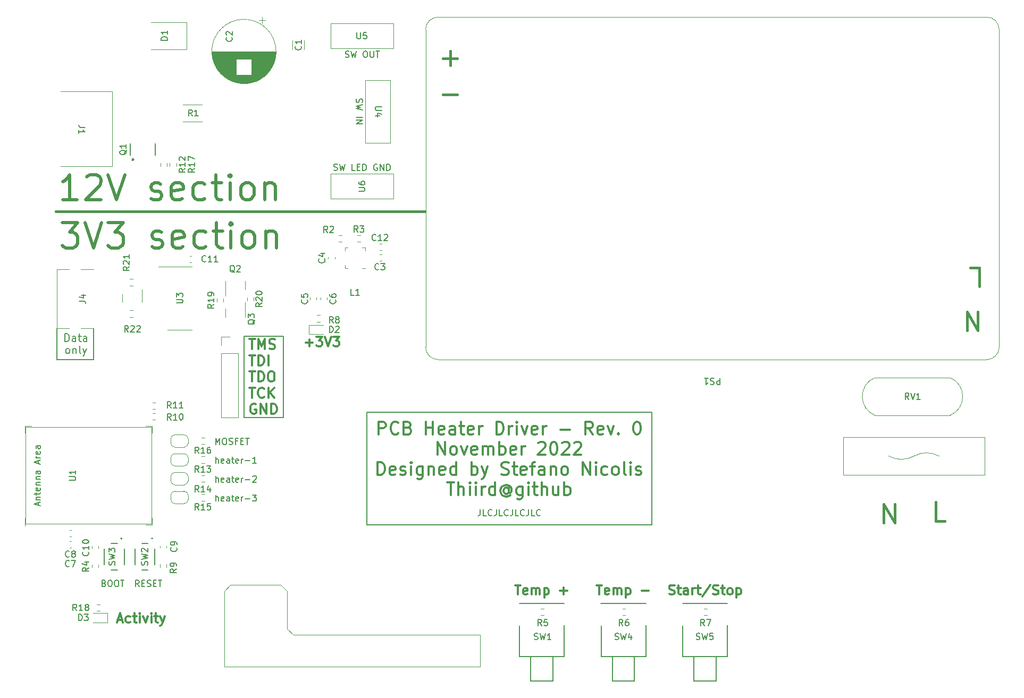
<source format=gbr>
%TF.GenerationSoftware,KiCad,Pcbnew,(6.0.9)*%
%TF.CreationDate,2022-11-24T17:37:49+02:00*%
%TF.ProjectId,pcb_heater_driver,7063625f-6865-4617-9465-725f64726976,rev?*%
%TF.SameCoordinates,Original*%
%TF.FileFunction,Legend,Top*%
%TF.FilePolarity,Positive*%
%FSLAX46Y46*%
G04 Gerber Fmt 4.6, Leading zero omitted, Abs format (unit mm)*
G04 Created by KiCad (PCBNEW (6.0.9)) date 2022-11-24 17:37:49*
%MOMM*%
%LPD*%
G01*
G04 APERTURE LIST*
%ADD10C,0.400000*%
%ADD11C,0.150000*%
%ADD12C,0.300000*%
%ADD13C,0.200000*%
%ADD14C,0.500000*%
%ADD15C,0.120000*%
%ADD16C,0.100000*%
%ADD17C,0.127000*%
%ADD18C,0.406400*%
G04 APERTURE END LIST*
D10*
X73300987Y-76492675D02*
X132077412Y-76492675D01*
D11*
X122800985Y-108457673D02*
X168200985Y-108457673D01*
X168200985Y-108457673D02*
X168200985Y-126457673D01*
X168200985Y-126457673D02*
X122800985Y-126457673D01*
X122800985Y-126457673D02*
X122800985Y-108457673D01*
X103242320Y-109382676D02*
X103242320Y-96382676D01*
X103242320Y-96382676D02*
X109492319Y-96382676D01*
X103242320Y-109382676D02*
X109492319Y-109382676D01*
X73492321Y-95132676D02*
X73492321Y-100132676D01*
X73492321Y-100132676D02*
X79292321Y-100132676D01*
X109492319Y-109382676D02*
X109492319Y-96382676D01*
X79292321Y-95132676D02*
X79292321Y-100132676D01*
D12*
X83136697Y-141607673D02*
X83850983Y-141607673D01*
X82993840Y-142036244D02*
X83493840Y-140536244D01*
X83993840Y-142036244D01*
X85136697Y-141964815D02*
X84993840Y-142036244D01*
X84708125Y-142036244D01*
X84565268Y-141964815D01*
X84493840Y-141893387D01*
X84422411Y-141750530D01*
X84422411Y-141321958D01*
X84493840Y-141179101D01*
X84565268Y-141107673D01*
X84708125Y-141036244D01*
X84993840Y-141036244D01*
X85136697Y-141107673D01*
X85565268Y-141036244D02*
X86136697Y-141036244D01*
X85779554Y-140536244D02*
X85779554Y-141821958D01*
X85850983Y-141964815D01*
X85993840Y-142036244D01*
X86136697Y-142036244D01*
X86636697Y-142036244D02*
X86636697Y-141036244D01*
X86636697Y-140536244D02*
X86565268Y-140607673D01*
X86636697Y-140679101D01*
X86708125Y-140607673D01*
X86636697Y-140536244D01*
X86636697Y-140679101D01*
X87208125Y-141036244D02*
X87565268Y-142036244D01*
X87922411Y-141036244D01*
X88493840Y-142036244D02*
X88493840Y-141036244D01*
X88493840Y-140536244D02*
X88422411Y-140607673D01*
X88493840Y-140679101D01*
X88565268Y-140607673D01*
X88493840Y-140536244D01*
X88493840Y-140679101D01*
X88993840Y-141036244D02*
X89565268Y-141036244D01*
X89208125Y-140536244D02*
X89208125Y-141821958D01*
X89279554Y-141964815D01*
X89422411Y-142036244D01*
X89565268Y-142036244D01*
X89922411Y-141036244D02*
X90279554Y-142036244D01*
X90636697Y-141036244D02*
X90279554Y-142036244D01*
X90136697Y-142393387D01*
X90065268Y-142464815D01*
X89922411Y-142536244D01*
D11*
X140881937Y-124010053D02*
X140881937Y-124724339D01*
X140834318Y-124867196D01*
X140739080Y-124962434D01*
X140596223Y-125010053D01*
X140500985Y-125010053D01*
X141834318Y-125010053D02*
X141358127Y-125010053D01*
X141358127Y-124010053D01*
X142739080Y-124914815D02*
X142691461Y-124962434D01*
X142548604Y-125010053D01*
X142453365Y-125010053D01*
X142310508Y-124962434D01*
X142215270Y-124867196D01*
X142167651Y-124771958D01*
X142120032Y-124581482D01*
X142120032Y-124438625D01*
X142167651Y-124248149D01*
X142215270Y-124152911D01*
X142310508Y-124057673D01*
X142453365Y-124010053D01*
X142548604Y-124010053D01*
X142691461Y-124057673D01*
X142739080Y-124105292D01*
X143453365Y-124010053D02*
X143453365Y-124724339D01*
X143405746Y-124867196D01*
X143310508Y-124962434D01*
X143167651Y-125010053D01*
X143072413Y-125010053D01*
X144405746Y-125010053D02*
X143929556Y-125010053D01*
X143929556Y-124010053D01*
X145310508Y-124914815D02*
X145262889Y-124962434D01*
X145120032Y-125010053D01*
X145024794Y-125010053D01*
X144881937Y-124962434D01*
X144786699Y-124867196D01*
X144739080Y-124771958D01*
X144691461Y-124581482D01*
X144691461Y-124438625D01*
X144739080Y-124248149D01*
X144786699Y-124152911D01*
X144881937Y-124057673D01*
X145024794Y-124010053D01*
X145120032Y-124010053D01*
X145262889Y-124057673D01*
X145310508Y-124105292D01*
X146024794Y-124010053D02*
X146024794Y-124724339D01*
X145977175Y-124867196D01*
X145881937Y-124962434D01*
X145739080Y-125010053D01*
X145643842Y-125010053D01*
X146977175Y-125010053D02*
X146500985Y-125010053D01*
X146500985Y-124010053D01*
X147881937Y-124914815D02*
X147834318Y-124962434D01*
X147691461Y-125010053D01*
X147596223Y-125010053D01*
X147453365Y-124962434D01*
X147358127Y-124867196D01*
X147310508Y-124771958D01*
X147262889Y-124581482D01*
X147262889Y-124438625D01*
X147310508Y-124248149D01*
X147358127Y-124152911D01*
X147453365Y-124057673D01*
X147596223Y-124010053D01*
X147691461Y-124010053D01*
X147834318Y-124057673D01*
X147881937Y-124105292D01*
X148596223Y-124010053D02*
X148596223Y-124724339D01*
X148548604Y-124867196D01*
X148453365Y-124962434D01*
X148310508Y-125010053D01*
X148215270Y-125010053D01*
X149548604Y-125010053D02*
X149072413Y-125010053D01*
X149072413Y-124010053D01*
X150453365Y-124914815D02*
X150405746Y-124962434D01*
X150262889Y-125010053D01*
X150167651Y-125010053D01*
X150024794Y-124962434D01*
X149929556Y-124867196D01*
X149881937Y-124771958D01*
X149834318Y-124581482D01*
X149834318Y-124438625D01*
X149881937Y-124248149D01*
X149929556Y-124152911D01*
X150024794Y-124057673D01*
X150167651Y-124010053D01*
X150262889Y-124010053D01*
X150405746Y-124057673D01*
X150453365Y-124105292D01*
X74749463Y-97209533D02*
X74749463Y-96009533D01*
X75035178Y-96009533D01*
X75206606Y-96066676D01*
X75320892Y-96180961D01*
X75378035Y-96295247D01*
X75435178Y-96523818D01*
X75435178Y-96695247D01*
X75378035Y-96923818D01*
X75320892Y-97038104D01*
X75206606Y-97152390D01*
X75035178Y-97209533D01*
X74749463Y-97209533D01*
X76463749Y-97209533D02*
X76463749Y-96580961D01*
X76406606Y-96466676D01*
X76292321Y-96409533D01*
X76063749Y-96409533D01*
X75949463Y-96466676D01*
X76463749Y-97152390D02*
X76349463Y-97209533D01*
X76063749Y-97209533D01*
X75949463Y-97152390D01*
X75892321Y-97038104D01*
X75892321Y-96923818D01*
X75949463Y-96809533D01*
X76063749Y-96752390D01*
X76349463Y-96752390D01*
X76463749Y-96695247D01*
X76863749Y-96409533D02*
X77320892Y-96409533D01*
X77035178Y-96009533D02*
X77035178Y-97038104D01*
X77092321Y-97152390D01*
X77206606Y-97209533D01*
X77320892Y-97209533D01*
X78235178Y-97209533D02*
X78235178Y-96580961D01*
X78178035Y-96466676D01*
X78063749Y-96409533D01*
X77835178Y-96409533D01*
X77720892Y-96466676D01*
X78235178Y-97152390D02*
X78120892Y-97209533D01*
X77835178Y-97209533D01*
X77720892Y-97152390D01*
X77663749Y-97038104D01*
X77663749Y-96923818D01*
X77720892Y-96809533D01*
X77835178Y-96752390D01*
X78120892Y-96752390D01*
X78235178Y-96695247D01*
X75092321Y-99141533D02*
X74978035Y-99084390D01*
X74920892Y-99027247D01*
X74863749Y-98912961D01*
X74863749Y-98570104D01*
X74920892Y-98455818D01*
X74978035Y-98398676D01*
X75092321Y-98341533D01*
X75263749Y-98341533D01*
X75378035Y-98398676D01*
X75435178Y-98455818D01*
X75492321Y-98570104D01*
X75492321Y-98912961D01*
X75435178Y-99027247D01*
X75378035Y-99084390D01*
X75263749Y-99141533D01*
X75092321Y-99141533D01*
X76006606Y-98341533D02*
X76006606Y-99141533D01*
X76006606Y-98455818D02*
X76063749Y-98398676D01*
X76178035Y-98341533D01*
X76349463Y-98341533D01*
X76463749Y-98398676D01*
X76520892Y-98512961D01*
X76520892Y-99141533D01*
X77263749Y-99141533D02*
X77149463Y-99084390D01*
X77092321Y-98970104D01*
X77092321Y-97941533D01*
X77606606Y-98341533D02*
X77892321Y-99141533D01*
X78178035Y-98341533D02*
X77892321Y-99141533D01*
X77778035Y-99427247D01*
X77720892Y-99484390D01*
X77606606Y-99541533D01*
X119395656Y-51897436D02*
X119538513Y-51945055D01*
X119776608Y-51945055D01*
X119871846Y-51897436D01*
X119919465Y-51849817D01*
X119967084Y-51754579D01*
X119967084Y-51659341D01*
X119919465Y-51564103D01*
X119871846Y-51516484D01*
X119776608Y-51468865D01*
X119586132Y-51421246D01*
X119490894Y-51373627D01*
X119443275Y-51326008D01*
X119395656Y-51230770D01*
X119395656Y-51135532D01*
X119443275Y-51040294D01*
X119490894Y-50992675D01*
X119586132Y-50945055D01*
X119824227Y-50945055D01*
X119967084Y-50992675D01*
X120300418Y-50945055D02*
X120538513Y-51945055D01*
X120728989Y-51230770D01*
X120919465Y-51945055D01*
X121157561Y-50945055D01*
X122490894Y-50945055D02*
X122681370Y-50945055D01*
X122776608Y-50992675D01*
X122871846Y-51087913D01*
X122919465Y-51278389D01*
X122919465Y-51611722D01*
X122871846Y-51802198D01*
X122776608Y-51897436D01*
X122681370Y-51945055D01*
X122490894Y-51945055D01*
X122395656Y-51897436D01*
X122300418Y-51802198D01*
X122252799Y-51611722D01*
X122252799Y-51278389D01*
X122300418Y-51087913D01*
X122395656Y-50992675D01*
X122490894Y-50945055D01*
X123348037Y-50945055D02*
X123348037Y-51754579D01*
X123395656Y-51849817D01*
X123443275Y-51897436D01*
X123538513Y-51945055D01*
X123728989Y-51945055D01*
X123824227Y-51897436D01*
X123871846Y-51849817D01*
X123919465Y-51754579D01*
X123919465Y-50945055D01*
X124252799Y-50945055D02*
X124824227Y-50945055D01*
X124538513Y-51945055D02*
X124538513Y-50945055D01*
D12*
X124691461Y-112032434D02*
X124691461Y-110032434D01*
X125453365Y-110032434D01*
X125643842Y-110127673D01*
X125739080Y-110222911D01*
X125834318Y-110413387D01*
X125834318Y-110699101D01*
X125739080Y-110889577D01*
X125643842Y-110984815D01*
X125453365Y-111080053D01*
X124691461Y-111080053D01*
X127834318Y-111841958D02*
X127739080Y-111937196D01*
X127453365Y-112032434D01*
X127262889Y-112032434D01*
X126977175Y-111937196D01*
X126786699Y-111746720D01*
X126691461Y-111556244D01*
X126596223Y-111175292D01*
X126596223Y-110889577D01*
X126691461Y-110508625D01*
X126786699Y-110318149D01*
X126977175Y-110127673D01*
X127262889Y-110032434D01*
X127453365Y-110032434D01*
X127739080Y-110127673D01*
X127834318Y-110222911D01*
X129358127Y-110984815D02*
X129643842Y-111080053D01*
X129739080Y-111175292D01*
X129834318Y-111365768D01*
X129834318Y-111651482D01*
X129739080Y-111841958D01*
X129643842Y-111937196D01*
X129453365Y-112032434D01*
X128691461Y-112032434D01*
X128691461Y-110032434D01*
X129358127Y-110032434D01*
X129548604Y-110127673D01*
X129643842Y-110222911D01*
X129739080Y-110413387D01*
X129739080Y-110603863D01*
X129643842Y-110794339D01*
X129548604Y-110889577D01*
X129358127Y-110984815D01*
X128691461Y-110984815D01*
X132215270Y-112032434D02*
X132215270Y-110032434D01*
X132215270Y-110984815D02*
X133358127Y-110984815D01*
X133358127Y-112032434D02*
X133358127Y-110032434D01*
X135072413Y-111937196D02*
X134881937Y-112032434D01*
X134500985Y-112032434D01*
X134310508Y-111937196D01*
X134215270Y-111746720D01*
X134215270Y-110984815D01*
X134310508Y-110794339D01*
X134500985Y-110699101D01*
X134881937Y-110699101D01*
X135072413Y-110794339D01*
X135167651Y-110984815D01*
X135167651Y-111175292D01*
X134215270Y-111365768D01*
X136881937Y-112032434D02*
X136881937Y-110984815D01*
X136786699Y-110794339D01*
X136596223Y-110699101D01*
X136215270Y-110699101D01*
X136024794Y-110794339D01*
X136881937Y-111937196D02*
X136691461Y-112032434D01*
X136215270Y-112032434D01*
X136024794Y-111937196D01*
X135929556Y-111746720D01*
X135929556Y-111556244D01*
X136024794Y-111365768D01*
X136215270Y-111270530D01*
X136691461Y-111270530D01*
X136881937Y-111175292D01*
X137548604Y-110699101D02*
X138310508Y-110699101D01*
X137834318Y-110032434D02*
X137834318Y-111746720D01*
X137929556Y-111937196D01*
X138120032Y-112032434D01*
X138310508Y-112032434D01*
X139739080Y-111937196D02*
X139548604Y-112032434D01*
X139167651Y-112032434D01*
X138977175Y-111937196D01*
X138881937Y-111746720D01*
X138881937Y-110984815D01*
X138977175Y-110794339D01*
X139167651Y-110699101D01*
X139548604Y-110699101D01*
X139739080Y-110794339D01*
X139834318Y-110984815D01*
X139834318Y-111175292D01*
X138881937Y-111365768D01*
X140691461Y-112032434D02*
X140691461Y-110699101D01*
X140691461Y-111080053D02*
X140786699Y-110889577D01*
X140881937Y-110794339D01*
X141072413Y-110699101D01*
X141262889Y-110699101D01*
X143453365Y-112032434D02*
X143453365Y-110032434D01*
X143929556Y-110032434D01*
X144215270Y-110127673D01*
X144405746Y-110318149D01*
X144500985Y-110508625D01*
X144596223Y-110889577D01*
X144596223Y-111175292D01*
X144500985Y-111556244D01*
X144405746Y-111746720D01*
X144215270Y-111937196D01*
X143929556Y-112032434D01*
X143453365Y-112032434D01*
X145453365Y-112032434D02*
X145453365Y-110699101D01*
X145453365Y-111080053D02*
X145548604Y-110889577D01*
X145643842Y-110794339D01*
X145834318Y-110699101D01*
X146024794Y-110699101D01*
X146691461Y-112032434D02*
X146691461Y-110699101D01*
X146691461Y-110032434D02*
X146596223Y-110127673D01*
X146691461Y-110222911D01*
X146786699Y-110127673D01*
X146691461Y-110032434D01*
X146691461Y-110222911D01*
X147453365Y-110699101D02*
X147929556Y-112032434D01*
X148405746Y-110699101D01*
X149929556Y-111937196D02*
X149739080Y-112032434D01*
X149358127Y-112032434D01*
X149167651Y-111937196D01*
X149072413Y-111746720D01*
X149072413Y-110984815D01*
X149167651Y-110794339D01*
X149358127Y-110699101D01*
X149739080Y-110699101D01*
X149929556Y-110794339D01*
X150024794Y-110984815D01*
X150024794Y-111175292D01*
X149072413Y-111365768D01*
X150881937Y-112032434D02*
X150881937Y-110699101D01*
X150881937Y-111080053D02*
X150977175Y-110889577D01*
X151072413Y-110794339D01*
X151262889Y-110699101D01*
X151453365Y-110699101D01*
X153643842Y-111270530D02*
X155167651Y-111270530D01*
X158786699Y-112032434D02*
X158120032Y-111080053D01*
X157643842Y-112032434D02*
X157643842Y-110032434D01*
X158405746Y-110032434D01*
X158596223Y-110127673D01*
X158691461Y-110222911D01*
X158786699Y-110413387D01*
X158786699Y-110699101D01*
X158691461Y-110889577D01*
X158596223Y-110984815D01*
X158405746Y-111080053D01*
X157643842Y-111080053D01*
X160405746Y-111937196D02*
X160215270Y-112032434D01*
X159834318Y-112032434D01*
X159643842Y-111937196D01*
X159548604Y-111746720D01*
X159548604Y-110984815D01*
X159643842Y-110794339D01*
X159834318Y-110699101D01*
X160215270Y-110699101D01*
X160405746Y-110794339D01*
X160500985Y-110984815D01*
X160500985Y-111175292D01*
X159548604Y-111365768D01*
X161167651Y-110699101D02*
X161643842Y-112032434D01*
X162120032Y-110699101D01*
X162881937Y-111841958D02*
X162977175Y-111937196D01*
X162881937Y-112032434D01*
X162786699Y-111937196D01*
X162881937Y-111841958D01*
X162881937Y-112032434D01*
X165739080Y-110032434D02*
X165929556Y-110032434D01*
X166120032Y-110127673D01*
X166215270Y-110222911D01*
X166310508Y-110413387D01*
X166405746Y-110794339D01*
X166405746Y-111270530D01*
X166310508Y-111651482D01*
X166215270Y-111841958D01*
X166120032Y-111937196D01*
X165929556Y-112032434D01*
X165739080Y-112032434D01*
X165548604Y-111937196D01*
X165453365Y-111841958D01*
X165358127Y-111651482D01*
X165262889Y-111270530D01*
X165262889Y-110794339D01*
X165358127Y-110413387D01*
X165453365Y-110222911D01*
X165548604Y-110127673D01*
X165739080Y-110032434D01*
X134120032Y-115252434D02*
X134120032Y-113252434D01*
X135262889Y-115252434D01*
X135262889Y-113252434D01*
X136500985Y-115252434D02*
X136310508Y-115157196D01*
X136215270Y-115061958D01*
X136120032Y-114871482D01*
X136120032Y-114300053D01*
X136215270Y-114109577D01*
X136310508Y-114014339D01*
X136500985Y-113919101D01*
X136786699Y-113919101D01*
X136977175Y-114014339D01*
X137072413Y-114109577D01*
X137167651Y-114300053D01*
X137167651Y-114871482D01*
X137072413Y-115061958D01*
X136977175Y-115157196D01*
X136786699Y-115252434D01*
X136500985Y-115252434D01*
X137834318Y-113919101D02*
X138310508Y-115252434D01*
X138786699Y-113919101D01*
X140310508Y-115157196D02*
X140120032Y-115252434D01*
X139739080Y-115252434D01*
X139548604Y-115157196D01*
X139453365Y-114966720D01*
X139453365Y-114204815D01*
X139548604Y-114014339D01*
X139739080Y-113919101D01*
X140120032Y-113919101D01*
X140310508Y-114014339D01*
X140405746Y-114204815D01*
X140405746Y-114395292D01*
X139453365Y-114585768D01*
X141262889Y-115252434D02*
X141262889Y-113919101D01*
X141262889Y-114109577D02*
X141358127Y-114014339D01*
X141548604Y-113919101D01*
X141834318Y-113919101D01*
X142024794Y-114014339D01*
X142120032Y-114204815D01*
X142120032Y-115252434D01*
X142120032Y-114204815D02*
X142215270Y-114014339D01*
X142405746Y-113919101D01*
X142691461Y-113919101D01*
X142881937Y-114014339D01*
X142977175Y-114204815D01*
X142977175Y-115252434D01*
X143929556Y-115252434D02*
X143929556Y-113252434D01*
X143929556Y-114014339D02*
X144120032Y-113919101D01*
X144500985Y-113919101D01*
X144691461Y-114014339D01*
X144786699Y-114109577D01*
X144881937Y-114300053D01*
X144881937Y-114871482D01*
X144786699Y-115061958D01*
X144691461Y-115157196D01*
X144500985Y-115252434D01*
X144120032Y-115252434D01*
X143929556Y-115157196D01*
X146500985Y-115157196D02*
X146310508Y-115252434D01*
X145929556Y-115252434D01*
X145739080Y-115157196D01*
X145643842Y-114966720D01*
X145643842Y-114204815D01*
X145739080Y-114014339D01*
X145929556Y-113919101D01*
X146310508Y-113919101D01*
X146500985Y-114014339D01*
X146596223Y-114204815D01*
X146596223Y-114395292D01*
X145643842Y-114585768D01*
X147453365Y-115252434D02*
X147453365Y-113919101D01*
X147453365Y-114300053D02*
X147548604Y-114109577D01*
X147643842Y-114014339D01*
X147834318Y-113919101D01*
X148024794Y-113919101D01*
X150120032Y-113442911D02*
X150215270Y-113347673D01*
X150405746Y-113252434D01*
X150881937Y-113252434D01*
X151072413Y-113347673D01*
X151167651Y-113442911D01*
X151262889Y-113633387D01*
X151262889Y-113823863D01*
X151167651Y-114109577D01*
X150024794Y-115252434D01*
X151262889Y-115252434D01*
X152500985Y-113252434D02*
X152691461Y-113252434D01*
X152881937Y-113347673D01*
X152977175Y-113442911D01*
X153072413Y-113633387D01*
X153167651Y-114014339D01*
X153167651Y-114490530D01*
X153072413Y-114871482D01*
X152977175Y-115061958D01*
X152881937Y-115157196D01*
X152691461Y-115252434D01*
X152500985Y-115252434D01*
X152310508Y-115157196D01*
X152215270Y-115061958D01*
X152120032Y-114871482D01*
X152024794Y-114490530D01*
X152024794Y-114014339D01*
X152120032Y-113633387D01*
X152215270Y-113442911D01*
X152310508Y-113347673D01*
X152500985Y-113252434D01*
X153929556Y-113442911D02*
X154024794Y-113347673D01*
X154215270Y-113252434D01*
X154691461Y-113252434D01*
X154881937Y-113347673D01*
X154977175Y-113442911D01*
X155072413Y-113633387D01*
X155072413Y-113823863D01*
X154977175Y-114109577D01*
X153834318Y-115252434D01*
X155072413Y-115252434D01*
X155834318Y-113442911D02*
X155929556Y-113347673D01*
X156120032Y-113252434D01*
X156596223Y-113252434D01*
X156786699Y-113347673D01*
X156881937Y-113442911D01*
X156977175Y-113633387D01*
X156977175Y-113823863D01*
X156881937Y-114109577D01*
X155739080Y-115252434D01*
X156977175Y-115252434D01*
X124548604Y-118472434D02*
X124548604Y-116472434D01*
X125024794Y-116472434D01*
X125310508Y-116567673D01*
X125500985Y-116758149D01*
X125596223Y-116948625D01*
X125691461Y-117329577D01*
X125691461Y-117615292D01*
X125596223Y-117996244D01*
X125500985Y-118186720D01*
X125310508Y-118377196D01*
X125024794Y-118472434D01*
X124548604Y-118472434D01*
X127310508Y-118377196D02*
X127120032Y-118472434D01*
X126739080Y-118472434D01*
X126548604Y-118377196D01*
X126453365Y-118186720D01*
X126453365Y-117424815D01*
X126548604Y-117234339D01*
X126739080Y-117139101D01*
X127120032Y-117139101D01*
X127310508Y-117234339D01*
X127405746Y-117424815D01*
X127405746Y-117615292D01*
X126453365Y-117805768D01*
X128167651Y-118377196D02*
X128358127Y-118472434D01*
X128739080Y-118472434D01*
X128929556Y-118377196D01*
X129024794Y-118186720D01*
X129024794Y-118091482D01*
X128929556Y-117901006D01*
X128739080Y-117805768D01*
X128453365Y-117805768D01*
X128262889Y-117710530D01*
X128167651Y-117520053D01*
X128167651Y-117424815D01*
X128262889Y-117234339D01*
X128453365Y-117139101D01*
X128739080Y-117139101D01*
X128929556Y-117234339D01*
X129881937Y-118472434D02*
X129881937Y-117139101D01*
X129881937Y-116472434D02*
X129786699Y-116567673D01*
X129881937Y-116662911D01*
X129977175Y-116567673D01*
X129881937Y-116472434D01*
X129881937Y-116662911D01*
X131691461Y-117139101D02*
X131691461Y-118758149D01*
X131596223Y-118948625D01*
X131500985Y-119043863D01*
X131310508Y-119139101D01*
X131024794Y-119139101D01*
X130834318Y-119043863D01*
X131691461Y-118377196D02*
X131500985Y-118472434D01*
X131120032Y-118472434D01*
X130929556Y-118377196D01*
X130834318Y-118281958D01*
X130739080Y-118091482D01*
X130739080Y-117520053D01*
X130834318Y-117329577D01*
X130929556Y-117234339D01*
X131120032Y-117139101D01*
X131500985Y-117139101D01*
X131691461Y-117234339D01*
X132643842Y-117139101D02*
X132643842Y-118472434D01*
X132643842Y-117329577D02*
X132739080Y-117234339D01*
X132929556Y-117139101D01*
X133215270Y-117139101D01*
X133405746Y-117234339D01*
X133500985Y-117424815D01*
X133500985Y-118472434D01*
X135215270Y-118377196D02*
X135024794Y-118472434D01*
X134643842Y-118472434D01*
X134453365Y-118377196D01*
X134358127Y-118186720D01*
X134358127Y-117424815D01*
X134453365Y-117234339D01*
X134643842Y-117139101D01*
X135024794Y-117139101D01*
X135215270Y-117234339D01*
X135310508Y-117424815D01*
X135310508Y-117615292D01*
X134358127Y-117805768D01*
X137024794Y-118472434D02*
X137024794Y-116472434D01*
X137024794Y-118377196D02*
X136834318Y-118472434D01*
X136453365Y-118472434D01*
X136262889Y-118377196D01*
X136167651Y-118281958D01*
X136072413Y-118091482D01*
X136072413Y-117520053D01*
X136167651Y-117329577D01*
X136262889Y-117234339D01*
X136453365Y-117139101D01*
X136834318Y-117139101D01*
X137024794Y-117234339D01*
X139500985Y-118472434D02*
X139500985Y-116472434D01*
X139500985Y-117234339D02*
X139691461Y-117139101D01*
X140072413Y-117139101D01*
X140262889Y-117234339D01*
X140358127Y-117329577D01*
X140453365Y-117520053D01*
X140453365Y-118091482D01*
X140358127Y-118281958D01*
X140262889Y-118377196D01*
X140072413Y-118472434D01*
X139691461Y-118472434D01*
X139500985Y-118377196D01*
X141120032Y-117139101D02*
X141596223Y-118472434D01*
X142072413Y-117139101D02*
X141596223Y-118472434D01*
X141405746Y-118948625D01*
X141310508Y-119043863D01*
X141120032Y-119139101D01*
X144262889Y-118377196D02*
X144548604Y-118472434D01*
X145024794Y-118472434D01*
X145215270Y-118377196D01*
X145310508Y-118281958D01*
X145405746Y-118091482D01*
X145405746Y-117901006D01*
X145310508Y-117710530D01*
X145215270Y-117615292D01*
X145024794Y-117520053D01*
X144643842Y-117424815D01*
X144453365Y-117329577D01*
X144358127Y-117234339D01*
X144262889Y-117043863D01*
X144262889Y-116853387D01*
X144358127Y-116662911D01*
X144453365Y-116567673D01*
X144643842Y-116472434D01*
X145120032Y-116472434D01*
X145405746Y-116567673D01*
X145977175Y-117139101D02*
X146739080Y-117139101D01*
X146262889Y-116472434D02*
X146262889Y-118186720D01*
X146358127Y-118377196D01*
X146548604Y-118472434D01*
X146739080Y-118472434D01*
X148167651Y-118377196D02*
X147977175Y-118472434D01*
X147596223Y-118472434D01*
X147405746Y-118377196D01*
X147310508Y-118186720D01*
X147310508Y-117424815D01*
X147405746Y-117234339D01*
X147596223Y-117139101D01*
X147977175Y-117139101D01*
X148167651Y-117234339D01*
X148262889Y-117424815D01*
X148262889Y-117615292D01*
X147310508Y-117805768D01*
X148834318Y-117139101D02*
X149596223Y-117139101D01*
X149120032Y-118472434D02*
X149120032Y-116758149D01*
X149215270Y-116567673D01*
X149405746Y-116472434D01*
X149596223Y-116472434D01*
X151120032Y-118472434D02*
X151120032Y-117424815D01*
X151024794Y-117234339D01*
X150834318Y-117139101D01*
X150453365Y-117139101D01*
X150262889Y-117234339D01*
X151120032Y-118377196D02*
X150929556Y-118472434D01*
X150453365Y-118472434D01*
X150262889Y-118377196D01*
X150167651Y-118186720D01*
X150167651Y-117996244D01*
X150262889Y-117805768D01*
X150453365Y-117710530D01*
X150929556Y-117710530D01*
X151120032Y-117615292D01*
X152072413Y-117139101D02*
X152072413Y-118472434D01*
X152072413Y-117329577D02*
X152167651Y-117234339D01*
X152358127Y-117139101D01*
X152643842Y-117139101D01*
X152834318Y-117234339D01*
X152929556Y-117424815D01*
X152929556Y-118472434D01*
X154167651Y-118472434D02*
X153977175Y-118377196D01*
X153881937Y-118281958D01*
X153786699Y-118091482D01*
X153786699Y-117520053D01*
X153881937Y-117329577D01*
X153977175Y-117234339D01*
X154167651Y-117139101D01*
X154453365Y-117139101D01*
X154643842Y-117234339D01*
X154739080Y-117329577D01*
X154834318Y-117520053D01*
X154834318Y-118091482D01*
X154739080Y-118281958D01*
X154643842Y-118377196D01*
X154453365Y-118472434D01*
X154167651Y-118472434D01*
X157215270Y-118472434D02*
X157215270Y-116472434D01*
X158358127Y-118472434D01*
X158358127Y-116472434D01*
X159310508Y-118472434D02*
X159310508Y-117139101D01*
X159310508Y-116472434D02*
X159215270Y-116567673D01*
X159310508Y-116662911D01*
X159405746Y-116567673D01*
X159310508Y-116472434D01*
X159310508Y-116662911D01*
X161120032Y-118377196D02*
X160929556Y-118472434D01*
X160548604Y-118472434D01*
X160358127Y-118377196D01*
X160262889Y-118281958D01*
X160167651Y-118091482D01*
X160167651Y-117520053D01*
X160262889Y-117329577D01*
X160358127Y-117234339D01*
X160548604Y-117139101D01*
X160929556Y-117139101D01*
X161120032Y-117234339D01*
X162262889Y-118472434D02*
X162072413Y-118377196D01*
X161977175Y-118281958D01*
X161881937Y-118091482D01*
X161881937Y-117520053D01*
X161977175Y-117329577D01*
X162072413Y-117234339D01*
X162262889Y-117139101D01*
X162548604Y-117139101D01*
X162739080Y-117234339D01*
X162834318Y-117329577D01*
X162929556Y-117520053D01*
X162929556Y-118091482D01*
X162834318Y-118281958D01*
X162739080Y-118377196D01*
X162548604Y-118472434D01*
X162262889Y-118472434D01*
X164072413Y-118472434D02*
X163881937Y-118377196D01*
X163786699Y-118186720D01*
X163786699Y-116472434D01*
X164834318Y-118472434D02*
X164834318Y-117139101D01*
X164834318Y-116472434D02*
X164739080Y-116567673D01*
X164834318Y-116662911D01*
X164929556Y-116567673D01*
X164834318Y-116472434D01*
X164834318Y-116662911D01*
X165691461Y-118377196D02*
X165881937Y-118472434D01*
X166262889Y-118472434D01*
X166453365Y-118377196D01*
X166548604Y-118186720D01*
X166548604Y-118091482D01*
X166453365Y-117901006D01*
X166262889Y-117805768D01*
X165977175Y-117805768D01*
X165786699Y-117710530D01*
X165691461Y-117520053D01*
X165691461Y-117424815D01*
X165786699Y-117234339D01*
X165977175Y-117139101D01*
X166262889Y-117139101D01*
X166453365Y-117234339D01*
X135596223Y-119692434D02*
X136739080Y-119692434D01*
X136167651Y-121692434D02*
X136167651Y-119692434D01*
X137405746Y-121692434D02*
X137405746Y-119692434D01*
X138262889Y-121692434D02*
X138262889Y-120644815D01*
X138167651Y-120454339D01*
X137977175Y-120359101D01*
X137691461Y-120359101D01*
X137500985Y-120454339D01*
X137405746Y-120549577D01*
X139215270Y-121692434D02*
X139215270Y-120359101D01*
X139215270Y-119692434D02*
X139120032Y-119787673D01*
X139215270Y-119882911D01*
X139310508Y-119787673D01*
X139215270Y-119692434D01*
X139215270Y-119882911D01*
X140167651Y-121692434D02*
X140167651Y-120359101D01*
X140167651Y-119692434D02*
X140072413Y-119787673D01*
X140167651Y-119882911D01*
X140262889Y-119787673D01*
X140167651Y-119692434D01*
X140167651Y-119882911D01*
X141120032Y-121692434D02*
X141120032Y-120359101D01*
X141120032Y-120740053D02*
X141215270Y-120549577D01*
X141310508Y-120454339D01*
X141500985Y-120359101D01*
X141691461Y-120359101D01*
X143215270Y-121692434D02*
X143215270Y-119692434D01*
X143215270Y-121597196D02*
X143024794Y-121692434D01*
X142643842Y-121692434D01*
X142453365Y-121597196D01*
X142358127Y-121501958D01*
X142262889Y-121311482D01*
X142262889Y-120740053D01*
X142358127Y-120549577D01*
X142453365Y-120454339D01*
X142643842Y-120359101D01*
X143024794Y-120359101D01*
X143215270Y-120454339D01*
X145405746Y-120740053D02*
X145310508Y-120644815D01*
X145120032Y-120549577D01*
X144929556Y-120549577D01*
X144739080Y-120644815D01*
X144643842Y-120740053D01*
X144548604Y-120930530D01*
X144548604Y-121121006D01*
X144643842Y-121311482D01*
X144739080Y-121406720D01*
X144929556Y-121501958D01*
X145120032Y-121501958D01*
X145310508Y-121406720D01*
X145405746Y-121311482D01*
X145405746Y-120549577D02*
X145405746Y-121311482D01*
X145500985Y-121406720D01*
X145596223Y-121406720D01*
X145786699Y-121311482D01*
X145881937Y-121121006D01*
X145881937Y-120644815D01*
X145691461Y-120359101D01*
X145405746Y-120168625D01*
X145024794Y-120073387D01*
X144643842Y-120168625D01*
X144358127Y-120359101D01*
X144167651Y-120644815D01*
X144072413Y-121025768D01*
X144167651Y-121406720D01*
X144358127Y-121692434D01*
X144643842Y-121882911D01*
X145024794Y-121978149D01*
X145405746Y-121882911D01*
X145691461Y-121692434D01*
X147596223Y-120359101D02*
X147596223Y-121978149D01*
X147500985Y-122168625D01*
X147405746Y-122263863D01*
X147215270Y-122359101D01*
X146929556Y-122359101D01*
X146739080Y-122263863D01*
X147596223Y-121597196D02*
X147405746Y-121692434D01*
X147024794Y-121692434D01*
X146834318Y-121597196D01*
X146739080Y-121501958D01*
X146643842Y-121311482D01*
X146643842Y-120740053D01*
X146739080Y-120549577D01*
X146834318Y-120454339D01*
X147024794Y-120359101D01*
X147405746Y-120359101D01*
X147596223Y-120454339D01*
X148548604Y-121692434D02*
X148548604Y-120359101D01*
X148548604Y-119692434D02*
X148453365Y-119787673D01*
X148548604Y-119882911D01*
X148643842Y-119787673D01*
X148548604Y-119692434D01*
X148548604Y-119882911D01*
X149215270Y-120359101D02*
X149977175Y-120359101D01*
X149500985Y-119692434D02*
X149500985Y-121406720D01*
X149596223Y-121597196D01*
X149786699Y-121692434D01*
X149977175Y-121692434D01*
X150643842Y-121692434D02*
X150643842Y-119692434D01*
X151500985Y-121692434D02*
X151500985Y-120644815D01*
X151405746Y-120454339D01*
X151215270Y-120359101D01*
X150929556Y-120359101D01*
X150739080Y-120454339D01*
X150643842Y-120549577D01*
X153310508Y-120359101D02*
X153310508Y-121692434D01*
X152453365Y-120359101D02*
X152453365Y-121406720D01*
X152548604Y-121597196D01*
X152739080Y-121692434D01*
X153024794Y-121692434D01*
X153215270Y-121597196D01*
X153310508Y-121501958D01*
X154262889Y-121692434D02*
X154262889Y-119692434D01*
X154262889Y-120454339D02*
X154453365Y-120359101D01*
X154834318Y-120359101D01*
X155024794Y-120454339D01*
X155120032Y-120549577D01*
X155215270Y-120740053D01*
X155215270Y-121311482D01*
X155120032Y-121501958D01*
X155024794Y-121597196D01*
X154834318Y-121692434D01*
X154453365Y-121692434D01*
X154262889Y-121597196D01*
D11*
X117562323Y-69897436D02*
X117705180Y-69945055D01*
X117943275Y-69945055D01*
X118038513Y-69897436D01*
X118086132Y-69849817D01*
X118133751Y-69754579D01*
X118133751Y-69659341D01*
X118086132Y-69564103D01*
X118038513Y-69516484D01*
X117943275Y-69468865D01*
X117752799Y-69421246D01*
X117657561Y-69373627D01*
X117609942Y-69326008D01*
X117562323Y-69230770D01*
X117562323Y-69135532D01*
X117609942Y-69040294D01*
X117657561Y-68992675D01*
X117752799Y-68945055D01*
X117990894Y-68945055D01*
X118133751Y-68992675D01*
X118467084Y-68945055D02*
X118705180Y-69945055D01*
X118895656Y-69230770D01*
X119086132Y-69945055D01*
X119324227Y-68945055D01*
X120943275Y-69945055D02*
X120467084Y-69945055D01*
X120467084Y-68945055D01*
X121276608Y-69421246D02*
X121609942Y-69421246D01*
X121752799Y-69945055D02*
X121276608Y-69945055D01*
X121276608Y-68945055D01*
X121752799Y-68945055D01*
X122181370Y-69945055D02*
X122181370Y-68945055D01*
X122419465Y-68945055D01*
X122562323Y-68992675D01*
X122657561Y-69087913D01*
X122705180Y-69183151D01*
X122752799Y-69373627D01*
X122752799Y-69516484D01*
X122705180Y-69706960D01*
X122657561Y-69802198D01*
X122562323Y-69897436D01*
X122419465Y-69945055D01*
X122181370Y-69945055D01*
X124467084Y-68992675D02*
X124371846Y-68945055D01*
X124228989Y-68945055D01*
X124086132Y-68992675D01*
X123990894Y-69087913D01*
X123943275Y-69183151D01*
X123895656Y-69373627D01*
X123895656Y-69516484D01*
X123943275Y-69706960D01*
X123990894Y-69802198D01*
X124086132Y-69897436D01*
X124228989Y-69945055D01*
X124324227Y-69945055D01*
X124467084Y-69897436D01*
X124514703Y-69849817D01*
X124514703Y-69516484D01*
X124324227Y-69516484D01*
X124943275Y-69945055D02*
X124943275Y-68945055D01*
X125514703Y-69945055D01*
X125514703Y-68945055D01*
X125990894Y-69945055D02*
X125990894Y-68945055D01*
X126228989Y-68945055D01*
X126371846Y-68992675D01*
X126467084Y-69087913D01*
X126514703Y-69183151D01*
X126562323Y-69373627D01*
X126562323Y-69516484D01*
X126514703Y-69706960D01*
X126467084Y-69802198D01*
X126371846Y-69897436D01*
X126228989Y-69945055D01*
X125990894Y-69945055D01*
D12*
X104089699Y-96854485D02*
X105003985Y-96854485D01*
X104546842Y-98454485D02*
X104546842Y-96854485D01*
X105537319Y-98454485D02*
X105537319Y-96854485D01*
X106070652Y-97997342D01*
X106603985Y-96854485D01*
X106603985Y-98454485D01*
X107289699Y-98378295D02*
X107518271Y-98454485D01*
X107899223Y-98454485D01*
X108051604Y-98378295D01*
X108127795Y-98302104D01*
X108203985Y-98149723D01*
X108203985Y-97997342D01*
X108127795Y-97844961D01*
X108051604Y-97768771D01*
X107899223Y-97692580D01*
X107594461Y-97616390D01*
X107442080Y-97540199D01*
X107365890Y-97464009D01*
X107289699Y-97311628D01*
X107289699Y-97159247D01*
X107365890Y-97006866D01*
X107442080Y-96930676D01*
X107594461Y-96854485D01*
X107975414Y-96854485D01*
X108203985Y-96930676D01*
X104089699Y-99430485D02*
X105003985Y-99430485D01*
X104546842Y-101030485D02*
X104546842Y-99430485D01*
X105537319Y-101030485D02*
X105537319Y-99430485D01*
X105918271Y-99430485D01*
X106146842Y-99506676D01*
X106299223Y-99659056D01*
X106375414Y-99811437D01*
X106451604Y-100116199D01*
X106451604Y-100344771D01*
X106375414Y-100649533D01*
X106299223Y-100801914D01*
X106146842Y-100954295D01*
X105918271Y-101030485D01*
X105537319Y-101030485D01*
X107137319Y-101030485D02*
X107137319Y-99430485D01*
X104089699Y-102006485D02*
X105003985Y-102006485D01*
X104546842Y-103606485D02*
X104546842Y-102006485D01*
X105537319Y-103606485D02*
X105537319Y-102006485D01*
X105918271Y-102006485D01*
X106146842Y-102082676D01*
X106299223Y-102235056D01*
X106375414Y-102387437D01*
X106451604Y-102692199D01*
X106451604Y-102920771D01*
X106375414Y-103225533D01*
X106299223Y-103377914D01*
X106146842Y-103530295D01*
X105918271Y-103606485D01*
X105537319Y-103606485D01*
X107442080Y-102006485D02*
X107746842Y-102006485D01*
X107899223Y-102082676D01*
X108051604Y-102235056D01*
X108127795Y-102539818D01*
X108127795Y-103073152D01*
X108051604Y-103377914D01*
X107899223Y-103530295D01*
X107746842Y-103606485D01*
X107442080Y-103606485D01*
X107289699Y-103530295D01*
X107137319Y-103377914D01*
X107061128Y-103073152D01*
X107061128Y-102539818D01*
X107137319Y-102235056D01*
X107289699Y-102082676D01*
X107442080Y-102006485D01*
X104089699Y-104582485D02*
X105003985Y-104582485D01*
X104546842Y-106182485D02*
X104546842Y-104582485D01*
X106451604Y-106030104D02*
X106375414Y-106106295D01*
X106146842Y-106182485D01*
X105994461Y-106182485D01*
X105765890Y-106106295D01*
X105613509Y-105953914D01*
X105537319Y-105801533D01*
X105461128Y-105496771D01*
X105461128Y-105268199D01*
X105537319Y-104963437D01*
X105613509Y-104811056D01*
X105765890Y-104658676D01*
X105994461Y-104582485D01*
X106146842Y-104582485D01*
X106375414Y-104658676D01*
X106451604Y-104734866D01*
X107137319Y-106182485D02*
X107137319Y-104582485D01*
X108051604Y-106182485D02*
X107365890Y-105268199D01*
X108051604Y-104582485D02*
X107137319Y-105496771D01*
X105156366Y-107234676D02*
X105003985Y-107158485D01*
X104775414Y-107158485D01*
X104546842Y-107234676D01*
X104394461Y-107387056D01*
X104318271Y-107539437D01*
X104242080Y-107844199D01*
X104242080Y-108072771D01*
X104318271Y-108377533D01*
X104394461Y-108529914D01*
X104546842Y-108682295D01*
X104775414Y-108758485D01*
X104927795Y-108758485D01*
X105156366Y-108682295D01*
X105232557Y-108606104D01*
X105232557Y-108072771D01*
X104927795Y-108072771D01*
X105918271Y-108758485D02*
X105918271Y-107158485D01*
X106832557Y-108758485D01*
X106832557Y-107158485D01*
X107594461Y-108758485D02*
X107594461Y-107158485D01*
X107975414Y-107158485D01*
X108203985Y-107234676D01*
X108356366Y-107387056D01*
X108432557Y-107539437D01*
X108508747Y-107844199D01*
X108508747Y-108072771D01*
X108432557Y-108377533D01*
X108356366Y-108529914D01*
X108203985Y-108682295D01*
X107975414Y-108758485D01*
X107594461Y-108758485D01*
D10*
X206868126Y-123123365D02*
X206868126Y-126123365D01*
X205153841Y-123123365D01*
X205153841Y-126123365D01*
X214865892Y-125849819D02*
X213437321Y-125849819D01*
X213437321Y-122849819D01*
D13*
X86548604Y-136285053D02*
X86215270Y-135808863D01*
X85977175Y-136285053D02*
X85977175Y-135285053D01*
X86358127Y-135285053D01*
X86453365Y-135332673D01*
X86500985Y-135380292D01*
X86548604Y-135475530D01*
X86548604Y-135618387D01*
X86500985Y-135713625D01*
X86453365Y-135761244D01*
X86358127Y-135808863D01*
X85977175Y-135808863D01*
X86977175Y-135761244D02*
X87310508Y-135761244D01*
X87453365Y-136285053D02*
X86977175Y-136285053D01*
X86977175Y-135285053D01*
X87453365Y-135285053D01*
X87834318Y-136237434D02*
X87977175Y-136285053D01*
X88215270Y-136285053D01*
X88310508Y-136237434D01*
X88358127Y-136189815D01*
X88405746Y-136094577D01*
X88405746Y-135999339D01*
X88358127Y-135904101D01*
X88310508Y-135856482D01*
X88215270Y-135808863D01*
X88024794Y-135761244D01*
X87929556Y-135713625D01*
X87881937Y-135666006D01*
X87834318Y-135570768D01*
X87834318Y-135475530D01*
X87881937Y-135380292D01*
X87929556Y-135332673D01*
X88024794Y-135285053D01*
X88262889Y-135285053D01*
X88405746Y-135332673D01*
X88834318Y-135761244D02*
X89167651Y-135761244D01*
X89310508Y-136285053D02*
X88834318Y-136285053D01*
X88834318Y-135285053D01*
X89310508Y-135285053D01*
X89596223Y-135285053D02*
X90167651Y-135285053D01*
X89881937Y-136285053D02*
X89881937Y-135285053D01*
D12*
X113064465Y-97437313D02*
X114207323Y-97437313D01*
X113635894Y-98008742D02*
X113635894Y-96865885D01*
X114778751Y-96508742D02*
X115707323Y-96508742D01*
X115207323Y-97080171D01*
X115421608Y-97080171D01*
X115564465Y-97151599D01*
X115635894Y-97223028D01*
X115707323Y-97365885D01*
X115707323Y-97723028D01*
X115635894Y-97865885D01*
X115564465Y-97937313D01*
X115421608Y-98008742D01*
X114993037Y-98008742D01*
X114850180Y-97937313D01*
X114778751Y-97865885D01*
X116135894Y-96508742D02*
X116635894Y-98008742D01*
X117135894Y-96508742D01*
X117493037Y-96508742D02*
X118421608Y-96508742D01*
X117921608Y-97080171D01*
X118135894Y-97080171D01*
X118278751Y-97151599D01*
X118350180Y-97223028D01*
X118421608Y-97365885D01*
X118421608Y-97723028D01*
X118350180Y-97865885D01*
X118278751Y-97937313D01*
X118135894Y-98008742D01*
X117707323Y-98008742D01*
X117564465Y-97937313D01*
X117493037Y-97865885D01*
D11*
X98752175Y-119635053D02*
X98752175Y-118635053D01*
X99180746Y-119635053D02*
X99180746Y-119111244D01*
X99133127Y-119016006D01*
X99037889Y-118968387D01*
X98895032Y-118968387D01*
X98799794Y-119016006D01*
X98752175Y-119063625D01*
X100037889Y-119587434D02*
X99942651Y-119635053D01*
X99752175Y-119635053D01*
X99656937Y-119587434D01*
X99609318Y-119492196D01*
X99609318Y-119111244D01*
X99656937Y-119016006D01*
X99752175Y-118968387D01*
X99942651Y-118968387D01*
X100037889Y-119016006D01*
X100085508Y-119111244D01*
X100085508Y-119206482D01*
X99609318Y-119301720D01*
X100942651Y-119635053D02*
X100942651Y-119111244D01*
X100895032Y-119016006D01*
X100799794Y-118968387D01*
X100609318Y-118968387D01*
X100514080Y-119016006D01*
X100942651Y-119587434D02*
X100847413Y-119635053D01*
X100609318Y-119635053D01*
X100514080Y-119587434D01*
X100466461Y-119492196D01*
X100466461Y-119396958D01*
X100514080Y-119301720D01*
X100609318Y-119254101D01*
X100847413Y-119254101D01*
X100942651Y-119206482D01*
X101275984Y-118968387D02*
X101656937Y-118968387D01*
X101418841Y-118635053D02*
X101418841Y-119492196D01*
X101466461Y-119587434D01*
X101561699Y-119635053D01*
X101656937Y-119635053D01*
X102371222Y-119587434D02*
X102275984Y-119635053D01*
X102085508Y-119635053D01*
X101990270Y-119587434D01*
X101942651Y-119492196D01*
X101942651Y-119111244D01*
X101990270Y-119016006D01*
X102085508Y-118968387D01*
X102275984Y-118968387D01*
X102371222Y-119016006D01*
X102418841Y-119111244D01*
X102418841Y-119206482D01*
X101942651Y-119301720D01*
X102847413Y-119635053D02*
X102847413Y-118968387D01*
X102847413Y-119158863D02*
X102895032Y-119063625D01*
X102942651Y-119016006D01*
X103037889Y-118968387D01*
X103133127Y-118968387D01*
X103466461Y-119254101D02*
X104228365Y-119254101D01*
X104656937Y-118730292D02*
X104704556Y-118682673D01*
X104799794Y-118635053D01*
X105037889Y-118635053D01*
X105133127Y-118682673D01*
X105180746Y-118730292D01*
X105228365Y-118825530D01*
X105228365Y-118920768D01*
X105180746Y-119063625D01*
X104609318Y-119635053D01*
X105228365Y-119635053D01*
X98752175Y-116601720D02*
X98752175Y-115601720D01*
X99180746Y-116601720D02*
X99180746Y-116077911D01*
X99133127Y-115982673D01*
X99037889Y-115935054D01*
X98895032Y-115935054D01*
X98799794Y-115982673D01*
X98752175Y-116030292D01*
X100037889Y-116554101D02*
X99942651Y-116601720D01*
X99752175Y-116601720D01*
X99656937Y-116554101D01*
X99609318Y-116458863D01*
X99609318Y-116077911D01*
X99656937Y-115982673D01*
X99752175Y-115935054D01*
X99942651Y-115935054D01*
X100037889Y-115982673D01*
X100085508Y-116077911D01*
X100085508Y-116173149D01*
X99609318Y-116268387D01*
X100942651Y-116601720D02*
X100942651Y-116077911D01*
X100895032Y-115982673D01*
X100799794Y-115935054D01*
X100609318Y-115935054D01*
X100514080Y-115982673D01*
X100942651Y-116554101D02*
X100847413Y-116601720D01*
X100609318Y-116601720D01*
X100514080Y-116554101D01*
X100466461Y-116458863D01*
X100466461Y-116363625D01*
X100514080Y-116268387D01*
X100609318Y-116220768D01*
X100847413Y-116220768D01*
X100942651Y-116173149D01*
X101275984Y-115935054D02*
X101656937Y-115935054D01*
X101418841Y-115601720D02*
X101418841Y-116458863D01*
X101466461Y-116554101D01*
X101561699Y-116601720D01*
X101656937Y-116601720D01*
X102371222Y-116554101D02*
X102275984Y-116601720D01*
X102085508Y-116601720D01*
X101990270Y-116554101D01*
X101942651Y-116458863D01*
X101942651Y-116077911D01*
X101990270Y-115982673D01*
X102085508Y-115935054D01*
X102275984Y-115935054D01*
X102371222Y-115982673D01*
X102418841Y-116077911D01*
X102418841Y-116173149D01*
X101942651Y-116268387D01*
X102847413Y-116601720D02*
X102847413Y-115935054D01*
X102847413Y-116125530D02*
X102895032Y-116030292D01*
X102942651Y-115982673D01*
X103037889Y-115935054D01*
X103133127Y-115935054D01*
X103466461Y-116220768D02*
X104228365Y-116220768D01*
X105228365Y-116601720D02*
X104656937Y-116601720D01*
X104942651Y-116601720D02*
X104942651Y-115601720D01*
X104847413Y-115744578D01*
X104752175Y-115839816D01*
X104656937Y-115887435D01*
X98735746Y-113635053D02*
X98735746Y-112635053D01*
X99069080Y-113349339D01*
X99402413Y-112635053D01*
X99402413Y-113635053D01*
X100069080Y-112635053D02*
X100259556Y-112635053D01*
X100354794Y-112682673D01*
X100450032Y-112777911D01*
X100497651Y-112968387D01*
X100497651Y-113301720D01*
X100450032Y-113492196D01*
X100354794Y-113587434D01*
X100259556Y-113635053D01*
X100069080Y-113635053D01*
X99973842Y-113587434D01*
X99878604Y-113492196D01*
X99830985Y-113301720D01*
X99830985Y-112968387D01*
X99878604Y-112777911D01*
X99973842Y-112682673D01*
X100069080Y-112635053D01*
X100878604Y-113587434D02*
X101021461Y-113635053D01*
X101259556Y-113635053D01*
X101354794Y-113587434D01*
X101402413Y-113539815D01*
X101450032Y-113444577D01*
X101450032Y-113349339D01*
X101402413Y-113254101D01*
X101354794Y-113206482D01*
X101259556Y-113158863D01*
X101069080Y-113111244D01*
X100973842Y-113063625D01*
X100926223Y-113016006D01*
X100878604Y-112920768D01*
X100878604Y-112825530D01*
X100926223Y-112730292D01*
X100973842Y-112682673D01*
X101069080Y-112635053D01*
X101307175Y-112635053D01*
X101450032Y-112682673D01*
X102211937Y-113111244D02*
X101878604Y-113111244D01*
X101878604Y-113635053D02*
X101878604Y-112635053D01*
X102354794Y-112635053D01*
X102735746Y-113111244D02*
X103069080Y-113111244D01*
X103211937Y-113635053D02*
X102735746Y-113635053D01*
X102735746Y-112635053D01*
X103211937Y-112635053D01*
X103497651Y-112635053D02*
X104069080Y-112635053D01*
X103783365Y-113635053D02*
X103783365Y-112635053D01*
D14*
X76655418Y-74624519D02*
X74369703Y-74624519D01*
X75512561Y-74624519D02*
X75512561Y-70624519D01*
X75131608Y-71195948D01*
X74750656Y-71576900D01*
X74369703Y-71767376D01*
X78179227Y-71005472D02*
X78369703Y-70814996D01*
X78750656Y-70624519D01*
X79703037Y-70624519D01*
X80083989Y-70814996D01*
X80274465Y-71005472D01*
X80464942Y-71386424D01*
X80464942Y-71767376D01*
X80274465Y-72338805D01*
X77988751Y-74624519D01*
X80464942Y-74624519D01*
X81607799Y-70624519D02*
X82941132Y-74624519D01*
X84274465Y-70624519D01*
X88464942Y-74434043D02*
X88845894Y-74624519D01*
X89607799Y-74624519D01*
X89988751Y-74434043D01*
X90179227Y-74053091D01*
X90179227Y-73862615D01*
X89988751Y-73481662D01*
X89607799Y-73291186D01*
X89036370Y-73291186D01*
X88655418Y-73100710D01*
X88464942Y-72719757D01*
X88464942Y-72529281D01*
X88655418Y-72148329D01*
X89036370Y-71957853D01*
X89607799Y-71957853D01*
X89988751Y-72148329D01*
X93417323Y-74434043D02*
X93036370Y-74624519D01*
X92274465Y-74624519D01*
X91893513Y-74434043D01*
X91703037Y-74053091D01*
X91703037Y-72529281D01*
X91893513Y-72148329D01*
X92274465Y-71957853D01*
X93036370Y-71957853D01*
X93417323Y-72148329D01*
X93607799Y-72529281D01*
X93607799Y-72910234D01*
X91703037Y-73291186D01*
X97036370Y-74434043D02*
X96655418Y-74624519D01*
X95893513Y-74624519D01*
X95512561Y-74434043D01*
X95322084Y-74243567D01*
X95131608Y-73862615D01*
X95131608Y-72719757D01*
X95322084Y-72338805D01*
X95512561Y-72148329D01*
X95893513Y-71957853D01*
X96655418Y-71957853D01*
X97036370Y-72148329D01*
X98179227Y-71957853D02*
X99703037Y-71957853D01*
X98750656Y-70624519D02*
X98750656Y-74053091D01*
X98941132Y-74434043D01*
X99322084Y-74624519D01*
X99703037Y-74624519D01*
X101036370Y-74624519D02*
X101036370Y-71957853D01*
X101036370Y-70624519D02*
X100845894Y-70814996D01*
X101036370Y-71005472D01*
X101226846Y-70814996D01*
X101036370Y-70624519D01*
X101036370Y-71005472D01*
X103512561Y-74624519D02*
X103131608Y-74434043D01*
X102941132Y-74243567D01*
X102750656Y-73862615D01*
X102750656Y-72719757D01*
X102941132Y-72338805D01*
X103131608Y-72148329D01*
X103512561Y-71957853D01*
X104083989Y-71957853D01*
X104464942Y-72148329D01*
X104655418Y-72338805D01*
X104845894Y-72719757D01*
X104845894Y-73862615D01*
X104655418Y-74243567D01*
X104464942Y-74434043D01*
X104083989Y-74624519D01*
X103512561Y-74624519D01*
X106560180Y-71957853D02*
X106560180Y-74624519D01*
X106560180Y-72338805D02*
X106750656Y-72148329D01*
X107131608Y-71957853D01*
X107703037Y-71957853D01*
X108083989Y-72148329D01*
X108274465Y-72529281D01*
X108274465Y-74624519D01*
D12*
X170961699Y-137489818D02*
X171175985Y-137561247D01*
X171533127Y-137561247D01*
X171675985Y-137489818D01*
X171747413Y-137418390D01*
X171818842Y-137275533D01*
X171818842Y-137132676D01*
X171747413Y-136989818D01*
X171675985Y-136918390D01*
X171533127Y-136846961D01*
X171247413Y-136775533D01*
X171104556Y-136704104D01*
X171033127Y-136632676D01*
X170961699Y-136489818D01*
X170961699Y-136346961D01*
X171033127Y-136204104D01*
X171104556Y-136132676D01*
X171247413Y-136061247D01*
X171604556Y-136061247D01*
X171818842Y-136132676D01*
X172247413Y-136561247D02*
X172818842Y-136561247D01*
X172461699Y-136061247D02*
X172461699Y-137346961D01*
X172533127Y-137489818D01*
X172675985Y-137561247D01*
X172818842Y-137561247D01*
X173961699Y-137561247D02*
X173961699Y-136775533D01*
X173890270Y-136632676D01*
X173747413Y-136561247D01*
X173461699Y-136561247D01*
X173318842Y-136632676D01*
X173961699Y-137489818D02*
X173818842Y-137561247D01*
X173461699Y-137561247D01*
X173318842Y-137489818D01*
X173247413Y-137346961D01*
X173247413Y-137204104D01*
X173318842Y-137061247D01*
X173461699Y-136989818D01*
X173818842Y-136989818D01*
X173961699Y-136918390D01*
X174675985Y-137561247D02*
X174675985Y-136561247D01*
X174675985Y-136846961D02*
X174747413Y-136704104D01*
X174818842Y-136632676D01*
X174961699Y-136561247D01*
X175104556Y-136561247D01*
X175390270Y-136561247D02*
X175961699Y-136561247D01*
X175604556Y-136061247D02*
X175604556Y-137346961D01*
X175675985Y-137489818D01*
X175818842Y-137561247D01*
X175961699Y-137561247D01*
X177533127Y-135989818D02*
X176247413Y-137918390D01*
X177961699Y-137489818D02*
X178175985Y-137561247D01*
X178533127Y-137561247D01*
X178675985Y-137489818D01*
X178747413Y-137418390D01*
X178818842Y-137275533D01*
X178818842Y-137132676D01*
X178747413Y-136989818D01*
X178675985Y-136918390D01*
X178533127Y-136846961D01*
X178247413Y-136775533D01*
X178104556Y-136704104D01*
X178033127Y-136632676D01*
X177961699Y-136489818D01*
X177961699Y-136346961D01*
X178033127Y-136204104D01*
X178104556Y-136132676D01*
X178247413Y-136061247D01*
X178604556Y-136061247D01*
X178818842Y-136132676D01*
X179247413Y-136561247D02*
X179818842Y-136561247D01*
X179461699Y-136061247D02*
X179461699Y-137346961D01*
X179533127Y-137489818D01*
X179675985Y-137561247D01*
X179818842Y-137561247D01*
X180533127Y-137561247D02*
X180390270Y-137489818D01*
X180318842Y-137418390D01*
X180247413Y-137275533D01*
X180247413Y-136846961D01*
X180318842Y-136704104D01*
X180390270Y-136632676D01*
X180533127Y-136561247D01*
X180747413Y-136561247D01*
X180890270Y-136632676D01*
X180961699Y-136704104D01*
X181033127Y-136846961D01*
X181033127Y-137275533D01*
X180961699Y-137418390D01*
X180890270Y-137489818D01*
X180747413Y-137561247D01*
X180533127Y-137561247D01*
X181675985Y-136561247D02*
X181675985Y-138061247D01*
X181675985Y-136632676D02*
X181818842Y-136561247D01*
X182104556Y-136561247D01*
X182247413Y-136632676D01*
X182318842Y-136704104D01*
X182390270Y-136846961D01*
X182390270Y-137275533D01*
X182318842Y-137418390D01*
X182247413Y-137489818D01*
X182104556Y-137561247D01*
X181818842Y-137561247D01*
X181675985Y-137489818D01*
D13*
X80964017Y-135761247D02*
X81106874Y-135808866D01*
X81154493Y-135856485D01*
X81202112Y-135951723D01*
X81202112Y-136094580D01*
X81154493Y-136189818D01*
X81106874Y-136237437D01*
X81011636Y-136285056D01*
X80630683Y-136285056D01*
X80630683Y-135285056D01*
X80964017Y-135285056D01*
X81059255Y-135332676D01*
X81106874Y-135380295D01*
X81154493Y-135475533D01*
X81154493Y-135570771D01*
X81106874Y-135666009D01*
X81059255Y-135713628D01*
X80964017Y-135761247D01*
X80630683Y-135761247D01*
X81821160Y-135285056D02*
X82011636Y-135285056D01*
X82106874Y-135332676D01*
X82202112Y-135427914D01*
X82249731Y-135618390D01*
X82249731Y-135951723D01*
X82202112Y-136142199D01*
X82106874Y-136237437D01*
X82011636Y-136285056D01*
X81821160Y-136285056D01*
X81725921Y-136237437D01*
X81630683Y-136142199D01*
X81583064Y-135951723D01*
X81583064Y-135618390D01*
X81630683Y-135427914D01*
X81725921Y-135332676D01*
X81821160Y-135285056D01*
X82868779Y-135285056D02*
X83059255Y-135285056D01*
X83154493Y-135332676D01*
X83249731Y-135427914D01*
X83297350Y-135618390D01*
X83297350Y-135951723D01*
X83249731Y-136142199D01*
X83154493Y-136237437D01*
X83059255Y-136285056D01*
X82868779Y-136285056D01*
X82773540Y-136237437D01*
X82678302Y-136142199D01*
X82630683Y-135951723D01*
X82630683Y-135618390D01*
X82678302Y-135427914D01*
X82773540Y-135332676D01*
X82868779Y-135285056D01*
X83583064Y-135285056D02*
X84154493Y-135285056D01*
X83868779Y-136285056D02*
X83868779Y-135285056D01*
D12*
X146425985Y-136061247D02*
X147283127Y-136061247D01*
X146854556Y-137561247D02*
X146854556Y-136061247D01*
X148354556Y-137489818D02*
X148211699Y-137561247D01*
X147925985Y-137561247D01*
X147783127Y-137489818D01*
X147711699Y-137346961D01*
X147711699Y-136775533D01*
X147783127Y-136632676D01*
X147925985Y-136561247D01*
X148211699Y-136561247D01*
X148354556Y-136632676D01*
X148425985Y-136775533D01*
X148425985Y-136918390D01*
X147711699Y-137061247D01*
X149068842Y-137561247D02*
X149068842Y-136561247D01*
X149068842Y-136704104D02*
X149140270Y-136632676D01*
X149283127Y-136561247D01*
X149497413Y-136561247D01*
X149640270Y-136632676D01*
X149711699Y-136775533D01*
X149711699Y-137561247D01*
X149711699Y-136775533D02*
X149783127Y-136632676D01*
X149925985Y-136561247D01*
X150140270Y-136561247D01*
X150283127Y-136632676D01*
X150354556Y-136775533D01*
X150354556Y-137561247D01*
X151068842Y-136561247D02*
X151068842Y-138061247D01*
X151068842Y-136632676D02*
X151211699Y-136561247D01*
X151497413Y-136561247D01*
X151640270Y-136632676D01*
X151711699Y-136704104D01*
X151783127Y-136846961D01*
X151783127Y-137275533D01*
X151711699Y-137418390D01*
X151640270Y-137489818D01*
X151497413Y-137561247D01*
X151211699Y-137561247D01*
X151068842Y-137489818D01*
X153568842Y-136989818D02*
X154711699Y-136989818D01*
X154140270Y-137561247D02*
X154140270Y-136418390D01*
D11*
X121157561Y-58564996D02*
X121109942Y-58707853D01*
X121109942Y-58945948D01*
X121157561Y-59041186D01*
X121205180Y-59088805D01*
X121300418Y-59136424D01*
X121395656Y-59136424D01*
X121490894Y-59088805D01*
X121538513Y-59041186D01*
X121586132Y-58945948D01*
X121633751Y-58755472D01*
X121681370Y-58660234D01*
X121728989Y-58612615D01*
X121824227Y-58564996D01*
X121919465Y-58564996D01*
X122014703Y-58612615D01*
X122062323Y-58660234D01*
X122109942Y-58755472D01*
X122109942Y-58993567D01*
X122062323Y-59136424D01*
X122109942Y-59469757D02*
X121109942Y-59707853D01*
X121824227Y-59898329D01*
X121109942Y-60088805D01*
X122109942Y-60326900D01*
X121109942Y-61469757D02*
X122109942Y-61469757D01*
X121109942Y-61945948D02*
X122109942Y-61945948D01*
X121109942Y-62517376D01*
X122109942Y-62517376D01*
X98752175Y-122668386D02*
X98752175Y-121668386D01*
X99180746Y-122668386D02*
X99180746Y-122144577D01*
X99133127Y-122049339D01*
X99037889Y-122001720D01*
X98895032Y-122001720D01*
X98799794Y-122049339D01*
X98752175Y-122096958D01*
X100037889Y-122620767D02*
X99942651Y-122668386D01*
X99752175Y-122668386D01*
X99656937Y-122620767D01*
X99609318Y-122525529D01*
X99609318Y-122144577D01*
X99656937Y-122049339D01*
X99752175Y-122001720D01*
X99942651Y-122001720D01*
X100037889Y-122049339D01*
X100085508Y-122144577D01*
X100085508Y-122239815D01*
X99609318Y-122335053D01*
X100942651Y-122668386D02*
X100942651Y-122144577D01*
X100895032Y-122049339D01*
X100799794Y-122001720D01*
X100609318Y-122001720D01*
X100514080Y-122049339D01*
X100942651Y-122620767D02*
X100847413Y-122668386D01*
X100609318Y-122668386D01*
X100514080Y-122620767D01*
X100466461Y-122525529D01*
X100466461Y-122430291D01*
X100514080Y-122335053D01*
X100609318Y-122287434D01*
X100847413Y-122287434D01*
X100942651Y-122239815D01*
X101275984Y-122001720D02*
X101656937Y-122001720D01*
X101418841Y-121668386D02*
X101418841Y-122525529D01*
X101466461Y-122620767D01*
X101561699Y-122668386D01*
X101656937Y-122668386D01*
X102371222Y-122620767D02*
X102275984Y-122668386D01*
X102085508Y-122668386D01*
X101990270Y-122620767D01*
X101942651Y-122525529D01*
X101942651Y-122144577D01*
X101990270Y-122049339D01*
X102085508Y-122001720D01*
X102275984Y-122001720D01*
X102371222Y-122049339D01*
X102418841Y-122144577D01*
X102418841Y-122239815D01*
X101942651Y-122335053D01*
X102847413Y-122668386D02*
X102847413Y-122001720D01*
X102847413Y-122192196D02*
X102895032Y-122096958D01*
X102942651Y-122049339D01*
X103037889Y-122001720D01*
X103133127Y-122001720D01*
X103466461Y-122287434D02*
X104228365Y-122287434D01*
X104609318Y-121668386D02*
X105228365Y-121668386D01*
X104895032Y-122049339D01*
X105037889Y-122049339D01*
X105133127Y-122096958D01*
X105180746Y-122144577D01*
X105228365Y-122239815D01*
X105228365Y-122477910D01*
X105180746Y-122573148D01*
X105133127Y-122620767D01*
X105037889Y-122668386D01*
X104752175Y-122668386D01*
X104656937Y-122620767D01*
X104609318Y-122573148D01*
D14*
X74324227Y-78302198D02*
X76800418Y-78302198D01*
X75467084Y-79826008D01*
X76038513Y-79826008D01*
X76419465Y-80016484D01*
X76609942Y-80206960D01*
X76800418Y-80587913D01*
X76800418Y-81540294D01*
X76609942Y-81921246D01*
X76419465Y-82111722D01*
X76038513Y-82302198D01*
X74895656Y-82302198D01*
X74514703Y-82111722D01*
X74324227Y-81921246D01*
X77943275Y-78302198D02*
X79276608Y-82302198D01*
X80609942Y-78302198D01*
X81562323Y-78302198D02*
X84038513Y-78302198D01*
X82705180Y-79826008D01*
X83276608Y-79826008D01*
X83657561Y-80016484D01*
X83848037Y-80206960D01*
X84038513Y-80587913D01*
X84038513Y-81540294D01*
X83848037Y-81921246D01*
X83657561Y-82111722D01*
X83276608Y-82302198D01*
X82133751Y-82302198D01*
X81752799Y-82111722D01*
X81562323Y-81921246D01*
X88609942Y-82111722D02*
X88990894Y-82302198D01*
X89752799Y-82302198D01*
X90133751Y-82111722D01*
X90324227Y-81730770D01*
X90324227Y-81540294D01*
X90133751Y-81159341D01*
X89752799Y-80968865D01*
X89181370Y-80968865D01*
X88800418Y-80778389D01*
X88609942Y-80397436D01*
X88609942Y-80206960D01*
X88800418Y-79826008D01*
X89181370Y-79635532D01*
X89752799Y-79635532D01*
X90133751Y-79826008D01*
X93562323Y-82111722D02*
X93181370Y-82302198D01*
X92419465Y-82302198D01*
X92038513Y-82111722D01*
X91848037Y-81730770D01*
X91848037Y-80206960D01*
X92038513Y-79826008D01*
X92419465Y-79635532D01*
X93181370Y-79635532D01*
X93562323Y-79826008D01*
X93752799Y-80206960D01*
X93752799Y-80587913D01*
X91848037Y-80968865D01*
X97181370Y-82111722D02*
X96800418Y-82302198D01*
X96038513Y-82302198D01*
X95657561Y-82111722D01*
X95467084Y-81921246D01*
X95276608Y-81540294D01*
X95276608Y-80397436D01*
X95467084Y-80016484D01*
X95657561Y-79826008D01*
X96038513Y-79635532D01*
X96800418Y-79635532D01*
X97181370Y-79826008D01*
X98324227Y-79635532D02*
X99848037Y-79635532D01*
X98895656Y-78302198D02*
X98895656Y-81730770D01*
X99086132Y-82111722D01*
X99467084Y-82302198D01*
X99848037Y-82302198D01*
X101181370Y-82302198D02*
X101181370Y-79635532D01*
X101181370Y-78302198D02*
X100990894Y-78492675D01*
X101181370Y-78683151D01*
X101371846Y-78492675D01*
X101181370Y-78302198D01*
X101181370Y-78683151D01*
X103657561Y-82302198D02*
X103276608Y-82111722D01*
X103086132Y-81921246D01*
X102895656Y-81540294D01*
X102895656Y-80397436D01*
X103086132Y-80016484D01*
X103276608Y-79826008D01*
X103657561Y-79635532D01*
X104228989Y-79635532D01*
X104609942Y-79826008D01*
X104800418Y-80016484D01*
X104990894Y-80397436D01*
X104990894Y-81540294D01*
X104800418Y-81921246D01*
X104609942Y-82111722D01*
X104228989Y-82302198D01*
X103657561Y-82302198D01*
X106705180Y-79635532D02*
X106705180Y-82302198D01*
X106705180Y-80016484D02*
X106895656Y-79826008D01*
X107276608Y-79635532D01*
X107848037Y-79635532D01*
X108228989Y-79826008D01*
X108419465Y-80206960D01*
X108419465Y-82302198D01*
D12*
X159425985Y-136061247D02*
X160283127Y-136061247D01*
X159854556Y-137561247D02*
X159854556Y-136061247D01*
X161354556Y-137489818D02*
X161211699Y-137561247D01*
X160925985Y-137561247D01*
X160783127Y-137489818D01*
X160711699Y-137346961D01*
X160711699Y-136775533D01*
X160783127Y-136632676D01*
X160925985Y-136561247D01*
X161211699Y-136561247D01*
X161354556Y-136632676D01*
X161425985Y-136775533D01*
X161425985Y-136918390D01*
X160711699Y-137061247D01*
X162068842Y-137561247D02*
X162068842Y-136561247D01*
X162068842Y-136704104D02*
X162140270Y-136632676D01*
X162283127Y-136561247D01*
X162497413Y-136561247D01*
X162640270Y-136632676D01*
X162711699Y-136775533D01*
X162711699Y-137561247D01*
X162711699Y-136775533D02*
X162783127Y-136632676D01*
X162925985Y-136561247D01*
X163140270Y-136561247D01*
X163283127Y-136632676D01*
X163354556Y-136775533D01*
X163354556Y-137561247D01*
X164068842Y-136561247D02*
X164068842Y-138061247D01*
X164068842Y-136632676D02*
X164211699Y-136561247D01*
X164497413Y-136561247D01*
X164640270Y-136632676D01*
X164711699Y-136704104D01*
X164783127Y-136846961D01*
X164783127Y-137275533D01*
X164711699Y-137418390D01*
X164640270Y-137489818D01*
X164497413Y-137561247D01*
X164211699Y-137561247D01*
X164068842Y-137489818D01*
X166568842Y-136989818D02*
X167711699Y-136989818D01*
D11*
%TO.C,J1*%
X77934940Y-63087023D02*
X77220654Y-63087023D01*
X77077797Y-63039404D01*
X76982559Y-62944166D01*
X76934940Y-62801309D01*
X76934940Y-62706071D01*
X76934940Y-64087023D02*
X76934940Y-63515595D01*
X76934940Y-63801309D02*
X77934940Y-63801309D01*
X77792082Y-63706071D01*
X77696844Y-63610833D01*
X77649225Y-63515595D01*
%TO.C,PS1*%
X179065272Y-103062615D02*
X179065272Y-104062615D01*
X178684320Y-104062615D01*
X178589082Y-104014996D01*
X178541463Y-103967376D01*
X178493844Y-103872138D01*
X178493844Y-103729281D01*
X178541463Y-103634043D01*
X178589082Y-103586424D01*
X178684320Y-103538805D01*
X179065272Y-103538805D01*
X178112891Y-103110234D02*
X177970034Y-103062615D01*
X177731939Y-103062615D01*
X177636701Y-103110234D01*
X177589082Y-103157853D01*
X177541463Y-103253091D01*
X177541463Y-103348329D01*
X177589082Y-103443567D01*
X177636701Y-103491186D01*
X177731939Y-103538805D01*
X177922415Y-103586424D01*
X178017653Y-103634043D01*
X178065272Y-103681662D01*
X178112891Y-103776900D01*
X178112891Y-103872138D01*
X178065272Y-103967376D01*
X178017653Y-104014996D01*
X177922415Y-104062615D01*
X177684320Y-104062615D01*
X177541463Y-104014996D01*
X176589082Y-103062615D02*
X177160510Y-103062615D01*
X176874796Y-103062615D02*
X176874796Y-104062615D01*
X176970034Y-103919757D01*
X177065272Y-103824519D01*
X177160510Y-103776900D01*
D10*
X218922415Y-85457853D02*
X220350987Y-85457853D01*
X220350987Y-88457853D01*
X137243844Y-57850710D02*
X134958129Y-57850710D01*
X137243844Y-52100710D02*
X134958129Y-52100710D01*
X136100987Y-50957853D02*
X136100987Y-53243567D01*
X220108129Y-92457853D02*
X220108129Y-95457853D01*
X218393844Y-92457853D01*
X218393844Y-95457853D01*
D11*
%TO.C,R11*%
X91633127Y-107835053D02*
X91299794Y-107358863D01*
X91061699Y-107835053D02*
X91061699Y-106835053D01*
X91442651Y-106835053D01*
X91537889Y-106882673D01*
X91585508Y-106930292D01*
X91633127Y-107025530D01*
X91633127Y-107168387D01*
X91585508Y-107263625D01*
X91537889Y-107311244D01*
X91442651Y-107358863D01*
X91061699Y-107358863D01*
X92585508Y-107835053D02*
X92014080Y-107835053D01*
X92299794Y-107835053D02*
X92299794Y-106835053D01*
X92204556Y-106977911D01*
X92109318Y-107073149D01*
X92014080Y-107120768D01*
X93537889Y-107835053D02*
X92966461Y-107835053D01*
X93252175Y-107835053D02*
X93252175Y-106835053D01*
X93156937Y-106977911D01*
X93061699Y-107073149D01*
X92966461Y-107120768D01*
%TO.C,RV1*%
X209117083Y-106445057D02*
X208783750Y-105968867D01*
X208545655Y-106445057D02*
X208545655Y-105445057D01*
X208926607Y-105445057D01*
X209021845Y-105492677D01*
X209069464Y-105540296D01*
X209117083Y-105635534D01*
X209117083Y-105778391D01*
X209069464Y-105873629D01*
X209021845Y-105921248D01*
X208926607Y-105968867D01*
X208545655Y-105968867D01*
X209402798Y-105445057D02*
X209736131Y-106445057D01*
X210069464Y-105445057D01*
X210926607Y-106445057D02*
X210355179Y-106445057D01*
X210640893Y-106445057D02*
X210640893Y-105445057D01*
X210545655Y-105587915D01*
X210450417Y-105683153D01*
X210355179Y-105730772D01*
%TO.C,SW3*%
X82676564Y-132850451D02*
X82724259Y-132707367D01*
X82724259Y-132468893D01*
X82676564Y-132373503D01*
X82628870Y-132325808D01*
X82533480Y-132278113D01*
X82438090Y-132278113D01*
X82342701Y-132325808D01*
X82295006Y-132373503D01*
X82247311Y-132468893D01*
X82199616Y-132659672D01*
X82151921Y-132755062D01*
X82104227Y-132802756D01*
X82008837Y-132850451D01*
X81913447Y-132850451D01*
X81818058Y-132802756D01*
X81770363Y-132755062D01*
X81722668Y-132659672D01*
X81722668Y-132421198D01*
X81770363Y-132278113D01*
X81722668Y-131944250D02*
X82724259Y-131705776D01*
X82008837Y-131514997D01*
X82724259Y-131324217D01*
X81722668Y-131085743D01*
X81722668Y-130799574D02*
X81722668Y-130179542D01*
X82104227Y-130513406D01*
X82104227Y-130370321D01*
X82151921Y-130274931D01*
X82199616Y-130227237D01*
X82295006Y-130179542D01*
X82533480Y-130179542D01*
X82628870Y-130227237D01*
X82676564Y-130274931D01*
X82724259Y-130370321D01*
X82724259Y-130656490D01*
X82676564Y-130751880D01*
X82628870Y-130799574D01*
%TO.C,R21*%
X85003363Y-85300530D02*
X84527173Y-85633863D01*
X85003363Y-85871958D02*
X84003363Y-85871958D01*
X84003363Y-85491006D01*
X84050983Y-85395768D01*
X84098602Y-85348149D01*
X84193840Y-85300530D01*
X84336697Y-85300530D01*
X84431935Y-85348149D01*
X84479554Y-85395768D01*
X84527173Y-85491006D01*
X84527173Y-85871958D01*
X84098602Y-84919577D02*
X84050983Y-84871958D01*
X84003363Y-84776720D01*
X84003363Y-84538625D01*
X84050983Y-84443387D01*
X84098602Y-84395768D01*
X84193840Y-84348149D01*
X84289078Y-84348149D01*
X84431935Y-84395768D01*
X85003363Y-84967196D01*
X85003363Y-84348149D01*
X85003363Y-83395768D02*
X85003363Y-83967196D01*
X85003363Y-83681482D02*
X84003363Y-83681482D01*
X84146221Y-83776720D01*
X84241459Y-83871958D01*
X84289078Y-83967196D01*
%TO.C,C2*%
X101293834Y-48759341D02*
X101341453Y-48806960D01*
X101389072Y-48949817D01*
X101389072Y-49045055D01*
X101341453Y-49187913D01*
X101246215Y-49283151D01*
X101150977Y-49330770D01*
X100960501Y-49378389D01*
X100817644Y-49378389D01*
X100627168Y-49330770D01*
X100531930Y-49283151D01*
X100436692Y-49187913D01*
X100389072Y-49045055D01*
X100389072Y-48949817D01*
X100436692Y-48806960D01*
X100484311Y-48759341D01*
X100484311Y-48378389D02*
X100436692Y-48330770D01*
X100389072Y-48235532D01*
X100389072Y-47997436D01*
X100436692Y-47902198D01*
X100484311Y-47854579D01*
X100579549Y-47806960D01*
X100674787Y-47806960D01*
X100817644Y-47854579D01*
X101389072Y-48426008D01*
X101389072Y-47806960D01*
%TO.C,U1*%
X75444702Y-119344580D02*
X76254226Y-119344580D01*
X76349464Y-119296961D01*
X76397083Y-119249342D01*
X76444702Y-119154104D01*
X76444702Y-118963628D01*
X76397083Y-118868390D01*
X76349464Y-118820771D01*
X76254226Y-118773152D01*
X75444702Y-118773152D01*
X76444702Y-117773152D02*
X76444702Y-118344580D01*
X76444702Y-118058866D02*
X75444702Y-118058866D01*
X75587560Y-118154104D01*
X75682798Y-118249342D01*
X75730417Y-118344580D01*
X70508988Y-123344580D02*
X70508988Y-122868390D01*
X70794702Y-123439818D02*
X69794702Y-123106485D01*
X70794702Y-122773152D01*
X70128036Y-122439818D02*
X70794702Y-122439818D01*
X70223274Y-122439818D02*
X70175655Y-122392199D01*
X70128036Y-122296961D01*
X70128036Y-122154104D01*
X70175655Y-122058866D01*
X70270893Y-122011247D01*
X70794702Y-122011247D01*
X70128036Y-121677914D02*
X70128036Y-121296961D01*
X69794702Y-121535056D02*
X70651845Y-121535056D01*
X70747083Y-121487437D01*
X70794702Y-121392199D01*
X70794702Y-121296961D01*
X70747083Y-120582676D02*
X70794702Y-120677914D01*
X70794702Y-120868390D01*
X70747083Y-120963628D01*
X70651845Y-121011247D01*
X70270893Y-121011247D01*
X70175655Y-120963628D01*
X70128036Y-120868390D01*
X70128036Y-120677914D01*
X70175655Y-120582676D01*
X70270893Y-120535056D01*
X70366131Y-120535056D01*
X70461369Y-121011247D01*
X70128036Y-120106485D02*
X70794702Y-120106485D01*
X70223274Y-120106485D02*
X70175655Y-120058866D01*
X70128036Y-119963628D01*
X70128036Y-119820771D01*
X70175655Y-119725533D01*
X70270893Y-119677914D01*
X70794702Y-119677914D01*
X70128036Y-119201723D02*
X70794702Y-119201723D01*
X70223274Y-119201723D02*
X70175655Y-119154104D01*
X70128036Y-119058866D01*
X70128036Y-118916009D01*
X70175655Y-118820771D01*
X70270893Y-118773152D01*
X70794702Y-118773152D01*
X70794702Y-117868390D02*
X70270893Y-117868390D01*
X70175655Y-117916009D01*
X70128036Y-118011247D01*
X70128036Y-118201723D01*
X70175655Y-118296961D01*
X70747083Y-117868390D02*
X70794702Y-117963628D01*
X70794702Y-118201723D01*
X70747083Y-118296961D01*
X70651845Y-118344580D01*
X70556607Y-118344580D01*
X70461369Y-118296961D01*
X70413750Y-118201723D01*
X70413750Y-117963628D01*
X70366131Y-117868390D01*
X70508988Y-116677914D02*
X70508988Y-116201723D01*
X70794702Y-116773152D02*
X69794702Y-116439818D01*
X70794702Y-116106485D01*
X70794702Y-115773152D02*
X70128036Y-115773152D01*
X70318512Y-115773152D02*
X70223274Y-115725533D01*
X70175655Y-115677914D01*
X70128036Y-115582676D01*
X70128036Y-115487437D01*
X70747083Y-114773152D02*
X70794702Y-114868390D01*
X70794702Y-115058866D01*
X70747083Y-115154104D01*
X70651845Y-115201723D01*
X70270893Y-115201723D01*
X70175655Y-115154104D01*
X70128036Y-115058866D01*
X70128036Y-114868390D01*
X70175655Y-114773152D01*
X70270893Y-114725533D01*
X70366131Y-114725533D01*
X70461369Y-115201723D01*
X70794702Y-113868390D02*
X70270893Y-113868390D01*
X70175655Y-113916009D01*
X70128036Y-114011247D01*
X70128036Y-114201723D01*
X70175655Y-114296961D01*
X70747083Y-113868390D02*
X70794702Y-113963628D01*
X70794702Y-114201723D01*
X70747083Y-114296961D01*
X70651845Y-114344580D01*
X70556607Y-114344580D01*
X70461369Y-114296961D01*
X70413750Y-114201723D01*
X70413750Y-113963628D01*
X70366131Y-113868390D01*
%TO.C,C8*%
X75434318Y-131514813D02*
X75386699Y-131562432D01*
X75243842Y-131610051D01*
X75148604Y-131610051D01*
X75005746Y-131562432D01*
X74910508Y-131467194D01*
X74862889Y-131371956D01*
X74815270Y-131181480D01*
X74815270Y-131038623D01*
X74862889Y-130848147D01*
X74910508Y-130752909D01*
X75005746Y-130657671D01*
X75148604Y-130610051D01*
X75243842Y-130610051D01*
X75386699Y-130657671D01*
X75434318Y-130705290D01*
X76005746Y-131038623D02*
X75910508Y-130991004D01*
X75862889Y-130943385D01*
X75815270Y-130848147D01*
X75815270Y-130800528D01*
X75862889Y-130705290D01*
X75910508Y-130657671D01*
X76005746Y-130610051D01*
X76196223Y-130610051D01*
X76291461Y-130657671D01*
X76339080Y-130705290D01*
X76386699Y-130800528D01*
X76386699Y-130848147D01*
X76339080Y-130943385D01*
X76291461Y-130991004D01*
X76196223Y-131038623D01*
X76005746Y-131038623D01*
X75910508Y-131086242D01*
X75862889Y-131133861D01*
X75815270Y-131229099D01*
X75815270Y-131419575D01*
X75862889Y-131514813D01*
X75910508Y-131562432D01*
X76005746Y-131610051D01*
X76196223Y-131610051D01*
X76291461Y-131562432D01*
X76339080Y-131514813D01*
X76386699Y-131419575D01*
X76386699Y-131229099D01*
X76339080Y-131133861D01*
X76291461Y-131086242D01*
X76196223Y-131038623D01*
%TO.C,R3*%
X121395658Y-79807553D02*
X121062325Y-79331363D01*
X120824229Y-79807553D02*
X120824229Y-78807553D01*
X121205182Y-78807553D01*
X121300420Y-78855173D01*
X121348039Y-78902792D01*
X121395658Y-78998030D01*
X121395658Y-79140887D01*
X121348039Y-79236125D01*
X121300420Y-79283744D01*
X121205182Y-79331363D01*
X120824229Y-79331363D01*
X121728991Y-78807553D02*
X122348039Y-78807553D01*
X122014705Y-79188506D01*
X122157563Y-79188506D01*
X122252801Y-79236125D01*
X122300420Y-79283744D01*
X122348039Y-79378982D01*
X122348039Y-79617077D01*
X122300420Y-79712315D01*
X122252801Y-79759934D01*
X122157563Y-79807553D01*
X121871848Y-79807553D01*
X121776610Y-79759934D01*
X121728991Y-79712315D01*
%TO.C,R5*%
X150634320Y-142520055D02*
X150300987Y-142043865D01*
X150062891Y-142520055D02*
X150062891Y-141520055D01*
X150443844Y-141520055D01*
X150539082Y-141567675D01*
X150586701Y-141615294D01*
X150634320Y-141710532D01*
X150634320Y-141853389D01*
X150586701Y-141948627D01*
X150539082Y-141996246D01*
X150443844Y-142043865D01*
X150062891Y-142043865D01*
X151539082Y-141520055D02*
X151062891Y-141520055D01*
X151015272Y-141996246D01*
X151062891Y-141948627D01*
X151158129Y-141901008D01*
X151396225Y-141901008D01*
X151491463Y-141948627D01*
X151539082Y-141996246D01*
X151586701Y-142091484D01*
X151586701Y-142329579D01*
X151539082Y-142424817D01*
X151491463Y-142472436D01*
X151396225Y-142520055D01*
X151158129Y-142520055D01*
X151062891Y-142472436D01*
X151015272Y-142424817D01*
%TO.C,SW5*%
X175290394Y-144688123D02*
X175433493Y-144735822D01*
X175671991Y-144735822D01*
X175767391Y-144688123D01*
X175815090Y-144640423D01*
X175862790Y-144545024D01*
X175862790Y-144449624D01*
X175815090Y-144354225D01*
X175767391Y-144306525D01*
X175671991Y-144258826D01*
X175481193Y-144211126D01*
X175385793Y-144163426D01*
X175338094Y-144115727D01*
X175290394Y-144020327D01*
X175290394Y-143924928D01*
X175338094Y-143829529D01*
X175385793Y-143781829D01*
X175481193Y-143734129D01*
X175719691Y-143734129D01*
X175862790Y-143781829D01*
X176196688Y-143734129D02*
X176435186Y-144735822D01*
X176625985Y-144020327D01*
X176816783Y-144735822D01*
X177055282Y-143734129D01*
X177913876Y-143734129D02*
X177436879Y-143734129D01*
X177389179Y-144211126D01*
X177436879Y-144163426D01*
X177532278Y-144115727D01*
X177770777Y-144115727D01*
X177866176Y-144163426D01*
X177913876Y-144211126D01*
X177961575Y-144306525D01*
X177961575Y-144545024D01*
X177913876Y-144640423D01*
X177866176Y-144688123D01*
X177770777Y-144735822D01*
X177532278Y-144735822D01*
X177436879Y-144688123D01*
X177389179Y-144640423D01*
%TO.C,C10*%
X78428302Y-130750530D02*
X78475921Y-130798149D01*
X78523540Y-130941006D01*
X78523540Y-131036244D01*
X78475921Y-131179101D01*
X78380683Y-131274339D01*
X78285445Y-131321958D01*
X78094969Y-131369577D01*
X77952112Y-131369577D01*
X77761636Y-131321958D01*
X77666398Y-131274339D01*
X77571160Y-131179101D01*
X77523540Y-131036244D01*
X77523540Y-130941006D01*
X77571160Y-130798149D01*
X77618779Y-130750530D01*
X78523540Y-129798149D02*
X78523540Y-130369577D01*
X78523540Y-130083863D02*
X77523540Y-130083863D01*
X77666398Y-130179101D01*
X77761636Y-130274339D01*
X77809255Y-130369577D01*
X77523540Y-129179101D02*
X77523540Y-129083863D01*
X77571160Y-128988625D01*
X77618779Y-128941006D01*
X77714017Y-128893387D01*
X77904493Y-128845768D01*
X78142588Y-128845768D01*
X78333064Y-128893387D01*
X78428302Y-128941006D01*
X78475921Y-128988625D01*
X78523540Y-129083863D01*
X78523540Y-129179101D01*
X78475921Y-129274339D01*
X78428302Y-129321958D01*
X78333064Y-129369577D01*
X78142588Y-129417196D01*
X77904493Y-129417196D01*
X77714017Y-129369577D01*
X77618779Y-129321958D01*
X77571160Y-129274339D01*
X77523540Y-129179101D01*
%TO.C,R22*%
X84833125Y-95710053D02*
X84499792Y-95233863D01*
X84261697Y-95710053D02*
X84261697Y-94710053D01*
X84642649Y-94710053D01*
X84737887Y-94757673D01*
X84785506Y-94805292D01*
X84833125Y-94900530D01*
X84833125Y-95043387D01*
X84785506Y-95138625D01*
X84737887Y-95186244D01*
X84642649Y-95233863D01*
X84261697Y-95233863D01*
X85214078Y-94805292D02*
X85261697Y-94757673D01*
X85356935Y-94710053D01*
X85595030Y-94710053D01*
X85690268Y-94757673D01*
X85737887Y-94805292D01*
X85785506Y-94900530D01*
X85785506Y-94995768D01*
X85737887Y-95138625D01*
X85166459Y-95710053D01*
X85785506Y-95710053D01*
X86166459Y-94805292D02*
X86214078Y-94757673D01*
X86309316Y-94710053D01*
X86547411Y-94710053D01*
X86642649Y-94757673D01*
X86690268Y-94805292D01*
X86737887Y-94900530D01*
X86737887Y-94995768D01*
X86690268Y-95138625D01*
X86118840Y-95710053D01*
X86737887Y-95710053D01*
%TO.C,D3*%
X76912887Y-141710053D02*
X76912887Y-140710053D01*
X77150983Y-140710053D01*
X77293840Y-140757673D01*
X77389078Y-140852911D01*
X77436697Y-140948149D01*
X77484316Y-141138625D01*
X77484316Y-141281482D01*
X77436697Y-141471958D01*
X77389078Y-141567196D01*
X77293840Y-141662434D01*
X77150983Y-141710053D01*
X76912887Y-141710053D01*
X77817649Y-140710053D02*
X78436697Y-140710053D01*
X78103363Y-141091006D01*
X78246221Y-141091006D01*
X78341459Y-141138625D01*
X78389078Y-141186244D01*
X78436697Y-141281482D01*
X78436697Y-141519577D01*
X78389078Y-141614815D01*
X78341459Y-141662434D01*
X78246221Y-141710053D01*
X77960506Y-141710053D01*
X77865268Y-141662434D01*
X77817649Y-141614815D01*
%TO.C,U6*%
X121514703Y-73254579D02*
X122324227Y-73254579D01*
X122419465Y-73206960D01*
X122467084Y-73159341D01*
X122514703Y-73064103D01*
X122514703Y-72873627D01*
X122467084Y-72778389D01*
X122419465Y-72730770D01*
X122324227Y-72683151D01*
X121514703Y-72683151D01*
X121514703Y-71778389D02*
X121514703Y-71968865D01*
X121562323Y-72064103D01*
X121609942Y-72111722D01*
X121752799Y-72206960D01*
X121943275Y-72254579D01*
X122324227Y-72254579D01*
X122419465Y-72206960D01*
X122467084Y-72159341D01*
X122514703Y-72064103D01*
X122514703Y-71873627D01*
X122467084Y-71778389D01*
X122419465Y-71730770D01*
X122324227Y-71683151D01*
X122086132Y-71683151D01*
X121990894Y-71730770D01*
X121943275Y-71778389D01*
X121895656Y-71873627D01*
X121895656Y-72064103D01*
X121943275Y-72159341D01*
X121990894Y-72206960D01*
X122086132Y-72254579D01*
%TO.C,C1*%
X112294467Y-50134341D02*
X112342086Y-50181960D01*
X112389705Y-50324817D01*
X112389705Y-50420055D01*
X112342086Y-50562913D01*
X112246848Y-50658151D01*
X112151610Y-50705770D01*
X111961134Y-50753389D01*
X111818277Y-50753389D01*
X111627801Y-50705770D01*
X111532563Y-50658151D01*
X111437325Y-50562913D01*
X111389705Y-50420055D01*
X111389705Y-50324817D01*
X111437325Y-50181960D01*
X111484944Y-50134341D01*
X112389705Y-49181960D02*
X112389705Y-49753389D01*
X112389705Y-49467675D02*
X111389705Y-49467675D01*
X111532563Y-49562913D01*
X111627801Y-49658151D01*
X111675420Y-49753389D01*
%TO.C,L1*%
X120770654Y-89857555D02*
X120294463Y-89857555D01*
X120294463Y-88857555D01*
X121627797Y-89857555D02*
X121056368Y-89857555D01*
X121342082Y-89857555D02*
X121342082Y-88857555D01*
X121246844Y-89000413D01*
X121151606Y-89095651D01*
X121056368Y-89143270D01*
%TO.C,R16*%
X96058128Y-115053222D02*
X95724795Y-114577032D01*
X95486700Y-115053222D02*
X95486700Y-114053222D01*
X95867652Y-114053222D01*
X95962890Y-114100842D01*
X96010509Y-114148461D01*
X96058128Y-114243699D01*
X96058128Y-114386556D01*
X96010509Y-114481794D01*
X95962890Y-114529413D01*
X95867652Y-114577032D01*
X95486700Y-114577032D01*
X97010509Y-115053222D02*
X96439081Y-115053222D01*
X96724795Y-115053222D02*
X96724795Y-114053222D01*
X96629557Y-114196080D01*
X96534319Y-114291318D01*
X96439081Y-114338937D01*
X97867652Y-114053222D02*
X97677176Y-114053222D01*
X97581938Y-114100842D01*
X97534319Y-114148461D01*
X97439081Y-114291318D01*
X97391462Y-114481794D01*
X97391462Y-114862746D01*
X97439081Y-114957984D01*
X97486700Y-115005603D01*
X97581938Y-115053222D01*
X97772414Y-115053222D01*
X97867652Y-115005603D01*
X97915271Y-114957984D01*
X97962890Y-114862746D01*
X97962890Y-114624651D01*
X97915271Y-114529413D01*
X97867652Y-114481794D01*
X97772414Y-114434175D01*
X97581938Y-114434175D01*
X97486700Y-114481794D01*
X97439081Y-114529413D01*
X97391462Y-114624651D01*
%TO.C,R10*%
X91633127Y-109735053D02*
X91299794Y-109258863D01*
X91061699Y-109735053D02*
X91061699Y-108735053D01*
X91442651Y-108735053D01*
X91537889Y-108782673D01*
X91585508Y-108830292D01*
X91633127Y-108925530D01*
X91633127Y-109068387D01*
X91585508Y-109163625D01*
X91537889Y-109211244D01*
X91442651Y-109258863D01*
X91061699Y-109258863D01*
X92585508Y-109735053D02*
X92014080Y-109735053D01*
X92299794Y-109735053D02*
X92299794Y-108735053D01*
X92204556Y-108877911D01*
X92109318Y-108973149D01*
X92014080Y-109020768D01*
X93204556Y-108735053D02*
X93299794Y-108735053D01*
X93395032Y-108782673D01*
X93442651Y-108830292D01*
X93490270Y-108925530D01*
X93537889Y-109116006D01*
X93537889Y-109354101D01*
X93490270Y-109544577D01*
X93442651Y-109639815D01*
X93395032Y-109687434D01*
X93299794Y-109735053D01*
X93204556Y-109735053D01*
X93109318Y-109687434D01*
X93061699Y-109639815D01*
X93014080Y-109544577D01*
X92966461Y-109354101D01*
X92966461Y-109116006D01*
X93014080Y-108925530D01*
X93061699Y-108830292D01*
X93109318Y-108782673D01*
X93204556Y-108735053D01*
%TO.C,D2*%
X116876550Y-95782551D02*
X116876550Y-94782551D01*
X117114646Y-94782551D01*
X117257503Y-94830171D01*
X117352741Y-94925409D01*
X117400360Y-95020647D01*
X117447979Y-95211123D01*
X117447979Y-95353980D01*
X117400360Y-95544456D01*
X117352741Y-95639694D01*
X117257503Y-95734932D01*
X117114646Y-95782551D01*
X116876550Y-95782551D01*
X117828931Y-94877790D02*
X117876550Y-94830171D01*
X117971788Y-94782551D01*
X118209884Y-94782551D01*
X118305122Y-94830171D01*
X118352741Y-94877790D01*
X118400360Y-94973028D01*
X118400360Y-95068266D01*
X118352741Y-95211123D01*
X117781312Y-95782551D01*
X118400360Y-95782551D01*
%TO.C,U4*%
X125159942Y-59803091D02*
X124350418Y-59803091D01*
X124255180Y-59850710D01*
X124207561Y-59898329D01*
X124159942Y-59993567D01*
X124159942Y-60184043D01*
X124207561Y-60279281D01*
X124255180Y-60326900D01*
X124350418Y-60374519D01*
X125159942Y-60374519D01*
X124826608Y-61279281D02*
X124159942Y-61279281D01*
X125207561Y-61041186D02*
X124493275Y-60803091D01*
X124493275Y-61422138D01*
%TO.C,Q1*%
X84557943Y-66713028D02*
X84510266Y-66808384D01*
X84414910Y-66903740D01*
X84271876Y-67046774D01*
X84224198Y-67142129D01*
X84224198Y-67237485D01*
X84462588Y-67189807D02*
X84414910Y-67285163D01*
X84319554Y-67380519D01*
X84128842Y-67428197D01*
X83795097Y-67428197D01*
X83604385Y-67380519D01*
X83509030Y-67285163D01*
X83461352Y-67189807D01*
X83461352Y-66999096D01*
X83509030Y-66903740D01*
X83604385Y-66808384D01*
X83795097Y-66760706D01*
X84128842Y-66760706D01*
X84319554Y-66808384D01*
X84414910Y-66903740D01*
X84462588Y-66999096D01*
X84462588Y-67189807D01*
X84462588Y-65807148D02*
X84462588Y-66379283D01*
X84462588Y-66093216D02*
X83461352Y-66093216D01*
X83604385Y-66188571D01*
X83699741Y-66283927D01*
X83747419Y-66379283D01*
%TO.C,R8*%
X117447978Y-94282551D02*
X117114645Y-93806361D01*
X116876549Y-94282551D02*
X116876549Y-93282551D01*
X117257502Y-93282551D01*
X117352740Y-93330171D01*
X117400359Y-93377790D01*
X117447978Y-93473028D01*
X117447978Y-93615885D01*
X117400359Y-93711123D01*
X117352740Y-93758742D01*
X117257502Y-93806361D01*
X116876549Y-93806361D01*
X118019406Y-93711123D02*
X117924168Y-93663504D01*
X117876549Y-93615885D01*
X117828930Y-93520647D01*
X117828930Y-93473028D01*
X117876549Y-93377790D01*
X117924168Y-93330171D01*
X118019406Y-93282551D01*
X118209883Y-93282551D01*
X118305121Y-93330171D01*
X118352740Y-93377790D01*
X118400359Y-93473028D01*
X118400359Y-93520647D01*
X118352740Y-93615885D01*
X118305121Y-93663504D01*
X118209883Y-93711123D01*
X118019406Y-93711123D01*
X117924168Y-93758742D01*
X117876549Y-93806361D01*
X117828930Y-93901599D01*
X117828930Y-94092075D01*
X117876549Y-94187313D01*
X117924168Y-94234932D01*
X118019406Y-94282551D01*
X118209883Y-94282551D01*
X118305121Y-94234932D01*
X118352740Y-94187313D01*
X118400359Y-94092075D01*
X118400359Y-93901599D01*
X118352740Y-93806361D01*
X118305121Y-93758742D01*
X118209883Y-93711123D01*
%TO.C,C9*%
X92467541Y-130074519D02*
X92515160Y-130122138D01*
X92562779Y-130264995D01*
X92562779Y-130360233D01*
X92515160Y-130503091D01*
X92419922Y-130598329D01*
X92324684Y-130645948D01*
X92134208Y-130693567D01*
X91991351Y-130693567D01*
X91800875Y-130645948D01*
X91705637Y-130598329D01*
X91610399Y-130503091D01*
X91562779Y-130360233D01*
X91562779Y-130264995D01*
X91610399Y-130122138D01*
X91658018Y-130074519D01*
X92562779Y-129598329D02*
X92562779Y-129407853D01*
X92515160Y-129312614D01*
X92467541Y-129264995D01*
X92324684Y-129169757D01*
X92134208Y-129122138D01*
X91753256Y-129122138D01*
X91658018Y-129169757D01*
X91610399Y-129217376D01*
X91562779Y-129312614D01*
X91562779Y-129503091D01*
X91610399Y-129598329D01*
X91658018Y-129645948D01*
X91753256Y-129693567D01*
X91991351Y-129693567D01*
X92086589Y-129645948D01*
X92134208Y-129598329D01*
X92181827Y-129503091D01*
X92181827Y-129312614D01*
X92134208Y-129217376D01*
X92086589Y-129169757D01*
X91991351Y-129122138D01*
%TO.C,R14*%
X96058127Y-121219891D02*
X95724794Y-120743701D01*
X95486699Y-121219891D02*
X95486699Y-120219891D01*
X95867651Y-120219891D01*
X95962889Y-120267511D01*
X96010508Y-120315130D01*
X96058127Y-120410368D01*
X96058127Y-120553225D01*
X96010508Y-120648463D01*
X95962889Y-120696082D01*
X95867651Y-120743701D01*
X95486699Y-120743701D01*
X97010508Y-121219891D02*
X96439080Y-121219891D01*
X96724794Y-121219891D02*
X96724794Y-120219891D01*
X96629556Y-120362749D01*
X96534318Y-120457987D01*
X96439080Y-120505606D01*
X97867651Y-120553225D02*
X97867651Y-121219891D01*
X97629556Y-120172272D02*
X97391461Y-120886558D01*
X98010508Y-120886558D01*
%TO.C,C6*%
X117794463Y-90571841D02*
X117842082Y-90619460D01*
X117889701Y-90762317D01*
X117889701Y-90857555D01*
X117842082Y-91000413D01*
X117746844Y-91095651D01*
X117651606Y-91143270D01*
X117461130Y-91190889D01*
X117318273Y-91190889D01*
X117127797Y-91143270D01*
X117032559Y-91095651D01*
X116937321Y-91000413D01*
X116889701Y-90857555D01*
X116889701Y-90762317D01*
X116937321Y-90619460D01*
X116984940Y-90571841D01*
X116889701Y-89714698D02*
X116889701Y-89905175D01*
X116937321Y-90000413D01*
X116984940Y-90048032D01*
X117127797Y-90143270D01*
X117318273Y-90190889D01*
X117699225Y-90190889D01*
X117794463Y-90143270D01*
X117842082Y-90095651D01*
X117889701Y-90000413D01*
X117889701Y-89809936D01*
X117842082Y-89714698D01*
X117794463Y-89667079D01*
X117699225Y-89619460D01*
X117461130Y-89619460D01*
X117365892Y-89667079D01*
X117318273Y-89714698D01*
X117270654Y-89809936D01*
X117270654Y-90000413D01*
X117318273Y-90095651D01*
X117365892Y-90143270D01*
X117461130Y-90190889D01*
%TO.C,R6*%
X163584320Y-142520055D02*
X163250987Y-142043865D01*
X163012891Y-142520055D02*
X163012891Y-141520055D01*
X163393844Y-141520055D01*
X163489082Y-141567675D01*
X163536701Y-141615294D01*
X163584320Y-141710532D01*
X163584320Y-141853389D01*
X163536701Y-141948627D01*
X163489082Y-141996246D01*
X163393844Y-142043865D01*
X163012891Y-142043865D01*
X164441463Y-141520055D02*
X164250987Y-141520055D01*
X164155748Y-141567675D01*
X164108129Y-141615294D01*
X164012891Y-141758151D01*
X163965272Y-141948627D01*
X163965272Y-142329579D01*
X164012891Y-142424817D01*
X164060510Y-142472436D01*
X164155748Y-142520055D01*
X164346225Y-142520055D01*
X164441463Y-142472436D01*
X164489082Y-142424817D01*
X164536701Y-142329579D01*
X164536701Y-142091484D01*
X164489082Y-141996246D01*
X164441463Y-141948627D01*
X164346225Y-141901008D01*
X164155748Y-141901008D01*
X164060510Y-141948627D01*
X164012891Y-141996246D01*
X163965272Y-142091484D01*
%TO.C,Q2*%
X101755744Y-86205292D02*
X101660506Y-86157673D01*
X101565268Y-86062434D01*
X101422411Y-85919577D01*
X101327173Y-85871958D01*
X101231935Y-85871958D01*
X101279554Y-86110053D02*
X101184316Y-86062434D01*
X101089078Y-85967196D01*
X101041459Y-85776720D01*
X101041459Y-85443387D01*
X101089078Y-85252911D01*
X101184316Y-85157673D01*
X101279554Y-85110053D01*
X101470030Y-85110053D01*
X101565268Y-85157673D01*
X101660506Y-85252911D01*
X101708125Y-85443387D01*
X101708125Y-85776720D01*
X101660506Y-85967196D01*
X101565268Y-86062434D01*
X101470030Y-86110053D01*
X101279554Y-86110053D01*
X102089078Y-85205292D02*
X102136697Y-85157673D01*
X102231935Y-85110053D01*
X102470030Y-85110053D01*
X102565268Y-85157673D01*
X102612887Y-85205292D01*
X102660506Y-85300530D01*
X102660506Y-85395768D01*
X102612887Y-85538625D01*
X102041459Y-86110053D01*
X102660506Y-86110053D01*
%TO.C,R18*%
X76608125Y-140110053D02*
X76274792Y-139633863D01*
X76036697Y-140110053D02*
X76036697Y-139110053D01*
X76417649Y-139110053D01*
X76512887Y-139157673D01*
X76560506Y-139205292D01*
X76608125Y-139300530D01*
X76608125Y-139443387D01*
X76560506Y-139538625D01*
X76512887Y-139586244D01*
X76417649Y-139633863D01*
X76036697Y-139633863D01*
X77560506Y-140110053D02*
X76989078Y-140110053D01*
X77274792Y-140110053D02*
X77274792Y-139110053D01*
X77179554Y-139252911D01*
X77084316Y-139348149D01*
X76989078Y-139395768D01*
X78131935Y-139538625D02*
X78036697Y-139491006D01*
X77989078Y-139443387D01*
X77941459Y-139348149D01*
X77941459Y-139300530D01*
X77989078Y-139205292D01*
X78036697Y-139157673D01*
X78131935Y-139110053D01*
X78322411Y-139110053D01*
X78417649Y-139157673D01*
X78465268Y-139205292D01*
X78512887Y-139300530D01*
X78512887Y-139348149D01*
X78465268Y-139443387D01*
X78417649Y-139491006D01*
X78322411Y-139538625D01*
X78131935Y-139538625D01*
X78036697Y-139586244D01*
X77989078Y-139633863D01*
X77941459Y-139729101D01*
X77941459Y-139919577D01*
X77989078Y-140014815D01*
X78036697Y-140062434D01*
X78131935Y-140110053D01*
X78322411Y-140110053D01*
X78417649Y-140062434D01*
X78465268Y-140014815D01*
X78512887Y-139919577D01*
X78512887Y-139729101D01*
X78465268Y-139633863D01*
X78417649Y-139586244D01*
X78322411Y-139538625D01*
%TO.C,C5*%
X113294463Y-90571841D02*
X113342082Y-90619460D01*
X113389701Y-90762317D01*
X113389701Y-90857555D01*
X113342082Y-91000413D01*
X113246844Y-91095651D01*
X113151606Y-91143270D01*
X112961130Y-91190889D01*
X112818273Y-91190889D01*
X112627797Y-91143270D01*
X112532559Y-91095651D01*
X112437321Y-91000413D01*
X112389701Y-90857555D01*
X112389701Y-90762317D01*
X112437321Y-90619460D01*
X112484940Y-90571841D01*
X112389701Y-89667079D02*
X112389701Y-90143270D01*
X112865892Y-90190889D01*
X112818273Y-90143270D01*
X112770654Y-90048032D01*
X112770654Y-89809936D01*
X112818273Y-89714698D01*
X112865892Y-89667079D01*
X112961130Y-89619460D01*
X113199225Y-89619460D01*
X113294463Y-89667079D01*
X113342082Y-89714698D01*
X113389701Y-89809936D01*
X113389701Y-90048032D01*
X113342082Y-90143270D01*
X113294463Y-90190889D01*
%TO.C,SW4*%
X162340394Y-144688123D02*
X162483493Y-144735822D01*
X162721991Y-144735822D01*
X162817391Y-144688123D01*
X162865090Y-144640423D01*
X162912790Y-144545024D01*
X162912790Y-144449624D01*
X162865090Y-144354225D01*
X162817391Y-144306525D01*
X162721991Y-144258826D01*
X162531193Y-144211126D01*
X162435793Y-144163426D01*
X162388094Y-144115727D01*
X162340394Y-144020327D01*
X162340394Y-143924928D01*
X162388094Y-143829529D01*
X162435793Y-143781829D01*
X162531193Y-143734129D01*
X162769691Y-143734129D01*
X162912790Y-143781829D01*
X163246688Y-143734129D02*
X163485186Y-144735822D01*
X163675985Y-144020327D01*
X163866783Y-144735822D01*
X164105282Y-143734129D01*
X164916176Y-144068027D02*
X164916176Y-144735822D01*
X164677678Y-143686430D02*
X164439179Y-144401925D01*
X165059275Y-144401925D01*
%TO.C,C11*%
X97184288Y-84439818D02*
X97136669Y-84487437D01*
X96993812Y-84535056D01*
X96898574Y-84535056D01*
X96755717Y-84487437D01*
X96660479Y-84392199D01*
X96612860Y-84296961D01*
X96565241Y-84106485D01*
X96565241Y-83963628D01*
X96612860Y-83773152D01*
X96660479Y-83677914D01*
X96755717Y-83582676D01*
X96898574Y-83535056D01*
X96993812Y-83535056D01*
X97136669Y-83582676D01*
X97184288Y-83630295D01*
X98136669Y-84535056D02*
X97565241Y-84535056D01*
X97850955Y-84535056D02*
X97850955Y-83535056D01*
X97755717Y-83677914D01*
X97660479Y-83773152D01*
X97565241Y-83820771D01*
X99089050Y-84535056D02*
X98517622Y-84535056D01*
X98803336Y-84535056D02*
X98803336Y-83535056D01*
X98708098Y-83677914D01*
X98612860Y-83773152D01*
X98517622Y-83820771D01*
%TO.C,R4*%
X78523540Y-133274339D02*
X78047350Y-133607673D01*
X78523540Y-133845768D02*
X77523540Y-133845768D01*
X77523540Y-133464815D01*
X77571160Y-133369577D01*
X77618779Y-133321958D01*
X77714017Y-133274339D01*
X77856874Y-133274339D01*
X77952112Y-133321958D01*
X77999731Y-133369577D01*
X78047350Y-133464815D01*
X78047350Y-133845768D01*
X77856874Y-132417196D02*
X78523540Y-132417196D01*
X77475921Y-132655292D02*
X78190207Y-132893387D01*
X78190207Y-132274339D01*
%TO.C,U3*%
X92503363Y-91094580D02*
X93312887Y-91094580D01*
X93408125Y-91046961D01*
X93455744Y-90999342D01*
X93503363Y-90904104D01*
X93503363Y-90713628D01*
X93455744Y-90618390D01*
X93408125Y-90570771D01*
X93312887Y-90523152D01*
X92503363Y-90523152D01*
X92503363Y-90142199D02*
X92503363Y-89523152D01*
X92884316Y-89856485D01*
X92884316Y-89713628D01*
X92931935Y-89618390D01*
X92979554Y-89570771D01*
X93074792Y-89523152D01*
X93312887Y-89523152D01*
X93408125Y-89570771D01*
X93455744Y-89618390D01*
X93503363Y-89713628D01*
X93503363Y-89999342D01*
X93455744Y-90094580D01*
X93408125Y-90142199D01*
%TO.C,C3*%
X124705074Y-85712317D02*
X124657455Y-85759936D01*
X124514598Y-85807555D01*
X124419360Y-85807555D01*
X124276502Y-85759936D01*
X124181264Y-85664698D01*
X124133645Y-85569460D01*
X124086026Y-85378984D01*
X124086026Y-85236127D01*
X124133645Y-85045651D01*
X124181264Y-84950413D01*
X124276502Y-84855175D01*
X124419360Y-84807555D01*
X124514598Y-84807555D01*
X124657455Y-84855175D01*
X124705074Y-84902794D01*
X125038407Y-84807555D02*
X125657455Y-84807555D01*
X125324121Y-85188508D01*
X125466979Y-85188508D01*
X125562217Y-85236127D01*
X125609836Y-85283746D01*
X125657455Y-85378984D01*
X125657455Y-85617079D01*
X125609836Y-85712317D01*
X125562217Y-85759936D01*
X125466979Y-85807555D01*
X125181264Y-85807555D01*
X125086026Y-85759936D01*
X125038407Y-85712317D01*
%TO.C,D1*%
X91039705Y-49208449D02*
X90039705Y-49208449D01*
X90039705Y-48970354D01*
X90087325Y-48827496D01*
X90182563Y-48732258D01*
X90277801Y-48684639D01*
X90468277Y-48637020D01*
X90611134Y-48637020D01*
X90801610Y-48684639D01*
X90896848Y-48732258D01*
X90992086Y-48827496D01*
X91039705Y-48970354D01*
X91039705Y-49208449D01*
X91039705Y-47684639D02*
X91039705Y-48256068D01*
X91039705Y-47970354D02*
X90039705Y-47970354D01*
X90182563Y-48065592D01*
X90277801Y-48160830D01*
X90325420Y-48256068D01*
%TO.C,Q3*%
X104998602Y-93752911D02*
X104950983Y-93848149D01*
X104855744Y-93943387D01*
X104712887Y-94086244D01*
X104665268Y-94181482D01*
X104665268Y-94276720D01*
X104903363Y-94229101D02*
X104855744Y-94324339D01*
X104760506Y-94419577D01*
X104570030Y-94467196D01*
X104236697Y-94467196D01*
X104046221Y-94419577D01*
X103950983Y-94324339D01*
X103903363Y-94229101D01*
X103903363Y-94038625D01*
X103950983Y-93943387D01*
X104046221Y-93848149D01*
X104236697Y-93800530D01*
X104570030Y-93800530D01*
X104760506Y-93848149D01*
X104855744Y-93943387D01*
X104903363Y-94038625D01*
X104903363Y-94229101D01*
X103903363Y-93467196D02*
X103903363Y-92848149D01*
X104284316Y-93181482D01*
X104284316Y-93038625D01*
X104331935Y-92943387D01*
X104379554Y-92895768D01*
X104474792Y-92848149D01*
X104712887Y-92848149D01*
X104808125Y-92895768D01*
X104855744Y-92943387D01*
X104903363Y-93038625D01*
X104903363Y-93324339D01*
X104855744Y-93419577D01*
X104808125Y-93467196D01*
%TO.C,SW2*%
X87881390Y-132843279D02*
X87929085Y-132700195D01*
X87929085Y-132461721D01*
X87881390Y-132366331D01*
X87833696Y-132318636D01*
X87738306Y-132270941D01*
X87642916Y-132270941D01*
X87547527Y-132318636D01*
X87499832Y-132366331D01*
X87452137Y-132461721D01*
X87404442Y-132652500D01*
X87356747Y-132747890D01*
X87309053Y-132795584D01*
X87213663Y-132843279D01*
X87118273Y-132843279D01*
X87022884Y-132795584D01*
X86975189Y-132747890D01*
X86927494Y-132652500D01*
X86927494Y-132414026D01*
X86975189Y-132270941D01*
X86927494Y-131937078D02*
X87929085Y-131698604D01*
X87213663Y-131507825D01*
X87929085Y-131317045D01*
X86927494Y-131078571D01*
X87022884Y-130744708D02*
X86975189Y-130697013D01*
X86927494Y-130601623D01*
X86927494Y-130363149D01*
X86975189Y-130267759D01*
X87022884Y-130220065D01*
X87118273Y-130172370D01*
X87213663Y-130172370D01*
X87356747Y-130220065D01*
X87929085Y-130792402D01*
X87929085Y-130172370D01*
%TO.C,R13*%
X96058127Y-118053223D02*
X95724794Y-117577033D01*
X95486699Y-118053223D02*
X95486699Y-117053223D01*
X95867651Y-117053223D01*
X95962889Y-117100843D01*
X96010508Y-117148462D01*
X96058127Y-117243700D01*
X96058127Y-117386557D01*
X96010508Y-117481795D01*
X95962889Y-117529414D01*
X95867651Y-117577033D01*
X95486699Y-117577033D01*
X97010508Y-118053223D02*
X96439080Y-118053223D01*
X96724794Y-118053223D02*
X96724794Y-117053223D01*
X96629556Y-117196081D01*
X96534318Y-117291319D01*
X96439080Y-117338938D01*
X97343842Y-117053223D02*
X97962889Y-117053223D01*
X97629556Y-117434176D01*
X97772413Y-117434176D01*
X97867651Y-117481795D01*
X97915270Y-117529414D01*
X97962889Y-117624652D01*
X97962889Y-117862747D01*
X97915270Y-117957985D01*
X97867651Y-118005604D01*
X97772413Y-118053223D01*
X97486699Y-118053223D01*
X97391461Y-118005604D01*
X97343842Y-117957985D01*
%TO.C,R19*%
X98473363Y-91300530D02*
X97997173Y-91633863D01*
X98473363Y-91871958D02*
X97473363Y-91871958D01*
X97473363Y-91491006D01*
X97520983Y-91395768D01*
X97568602Y-91348149D01*
X97663840Y-91300530D01*
X97806697Y-91300530D01*
X97901935Y-91348149D01*
X97949554Y-91395768D01*
X97997173Y-91491006D01*
X97997173Y-91871958D01*
X98473363Y-90348149D02*
X98473363Y-90919577D01*
X98473363Y-90633863D02*
X97473363Y-90633863D01*
X97616221Y-90729101D01*
X97711459Y-90824339D01*
X97759078Y-90919577D01*
X98473363Y-89871958D02*
X98473363Y-89681482D01*
X98425744Y-89586244D01*
X98378125Y-89538625D01*
X98235268Y-89443387D01*
X98044792Y-89395768D01*
X97663840Y-89395768D01*
X97568602Y-89443387D01*
X97520983Y-89491006D01*
X97473363Y-89586244D01*
X97473363Y-89776720D01*
X97520983Y-89871958D01*
X97568602Y-89919577D01*
X97663840Y-89967196D01*
X97901935Y-89967196D01*
X97997173Y-89919577D01*
X98044792Y-89871958D01*
X98092411Y-89776720D01*
X98092411Y-89586244D01*
X98044792Y-89491006D01*
X97997173Y-89443387D01*
X97901935Y-89395768D01*
%TO.C,R20*%
X106133363Y-91100530D02*
X105657173Y-91433863D01*
X106133363Y-91671958D02*
X105133363Y-91671958D01*
X105133363Y-91291006D01*
X105180983Y-91195768D01*
X105228602Y-91148149D01*
X105323840Y-91100530D01*
X105466697Y-91100530D01*
X105561935Y-91148149D01*
X105609554Y-91195768D01*
X105657173Y-91291006D01*
X105657173Y-91671958D01*
X105228602Y-90719577D02*
X105180983Y-90671958D01*
X105133363Y-90576720D01*
X105133363Y-90338625D01*
X105180983Y-90243387D01*
X105228602Y-90195768D01*
X105323840Y-90148149D01*
X105419078Y-90148149D01*
X105561935Y-90195768D01*
X106133363Y-90767196D01*
X106133363Y-90148149D01*
X105133363Y-89529101D02*
X105133363Y-89433863D01*
X105180983Y-89338625D01*
X105228602Y-89291006D01*
X105323840Y-89243387D01*
X105514316Y-89195768D01*
X105752411Y-89195768D01*
X105942887Y-89243387D01*
X106038125Y-89291006D01*
X106085744Y-89338625D01*
X106133363Y-89433863D01*
X106133363Y-89529101D01*
X106085744Y-89624339D01*
X106038125Y-89671958D01*
X105942887Y-89719577D01*
X105752411Y-89767196D01*
X105514316Y-89767196D01*
X105323840Y-89719577D01*
X105228602Y-89671958D01*
X105180983Y-89624339D01*
X105133363Y-89529101D01*
%TO.C,R7*%
X176584322Y-142520055D02*
X176250989Y-142043865D01*
X176012893Y-142520055D02*
X176012893Y-141520055D01*
X176393846Y-141520055D01*
X176489084Y-141567675D01*
X176536703Y-141615294D01*
X176584322Y-141710532D01*
X176584322Y-141853389D01*
X176536703Y-141948627D01*
X176489084Y-141996246D01*
X176393846Y-142043865D01*
X176012893Y-142043865D01*
X176917655Y-141520055D02*
X177584322Y-141520055D01*
X177155750Y-142520055D01*
%TO.C,J4*%
X77029526Y-90766009D02*
X77743812Y-90766009D01*
X77886669Y-90813628D01*
X77981907Y-90908866D01*
X78029526Y-91051723D01*
X78029526Y-91146961D01*
X77362860Y-89861247D02*
X78029526Y-89861247D01*
X76981907Y-90099342D02*
X77696193Y-90337437D01*
X77696193Y-89718390D01*
%TO.C,C7*%
X75434318Y-133014813D02*
X75386699Y-133062432D01*
X75243842Y-133110051D01*
X75148604Y-133110051D01*
X75005746Y-133062432D01*
X74910508Y-132967194D01*
X74862889Y-132871956D01*
X74815270Y-132681480D01*
X74815270Y-132538623D01*
X74862889Y-132348147D01*
X74910508Y-132252909D01*
X75005746Y-132157671D01*
X75148604Y-132110051D01*
X75243842Y-132110051D01*
X75386699Y-132157671D01*
X75434318Y-132205290D01*
X75767651Y-132110051D02*
X76434318Y-132110051D01*
X76005746Y-133110051D01*
%TO.C,U5*%
X121250418Y-47977378D02*
X121250418Y-48786902D01*
X121298037Y-48882140D01*
X121345656Y-48929759D01*
X121440894Y-48977378D01*
X121631370Y-48977378D01*
X121726608Y-48929759D01*
X121774227Y-48882140D01*
X121821846Y-48786902D01*
X121821846Y-47977378D01*
X122774227Y-47977378D02*
X122298037Y-47977378D01*
X122250418Y-48453569D01*
X122298037Y-48405950D01*
X122393275Y-48358331D01*
X122631370Y-48358331D01*
X122726608Y-48405950D01*
X122774227Y-48453569D01*
X122821846Y-48548807D01*
X122821846Y-48786902D01*
X122774227Y-48882140D01*
X122726608Y-48929759D01*
X122631370Y-48977378D01*
X122393275Y-48977378D01*
X122298037Y-48929759D01*
X122250418Y-48882140D01*
%TO.C,R15*%
X96058127Y-124053222D02*
X95724794Y-123577032D01*
X95486699Y-124053222D02*
X95486699Y-123053222D01*
X95867651Y-123053222D01*
X95962889Y-123100842D01*
X96010508Y-123148461D01*
X96058127Y-123243699D01*
X96058127Y-123386556D01*
X96010508Y-123481794D01*
X95962889Y-123529413D01*
X95867651Y-123577032D01*
X95486699Y-123577032D01*
X97010508Y-124053222D02*
X96439080Y-124053222D01*
X96724794Y-124053222D02*
X96724794Y-123053222D01*
X96629556Y-123196080D01*
X96534318Y-123291318D01*
X96439080Y-123338937D01*
X97915270Y-123053222D02*
X97439080Y-123053222D01*
X97391461Y-123529413D01*
X97439080Y-123481794D01*
X97534318Y-123434175D01*
X97772413Y-123434175D01*
X97867651Y-123481794D01*
X97915270Y-123529413D01*
X97962889Y-123624651D01*
X97962889Y-123862746D01*
X97915270Y-123957984D01*
X97867651Y-124005603D01*
X97772413Y-124053222D01*
X97534318Y-124053222D01*
X97439080Y-124005603D01*
X97391461Y-123957984D01*
%TO.C,R1*%
X95009315Y-61285056D02*
X94675982Y-60808866D01*
X94437886Y-61285056D02*
X94437886Y-60285056D01*
X94818839Y-60285056D01*
X94914077Y-60332676D01*
X94961696Y-60380295D01*
X95009315Y-60475533D01*
X95009315Y-60618390D01*
X94961696Y-60713628D01*
X94914077Y-60761247D01*
X94818839Y-60808866D01*
X94437886Y-60808866D01*
X95961696Y-61285056D02*
X95390267Y-61285056D01*
X95675982Y-61285056D02*
X95675982Y-60285056D01*
X95580743Y-60427914D01*
X95485505Y-60523152D01*
X95390267Y-60570771D01*
%TO.C,R17*%
X95403363Y-69675530D02*
X94927173Y-70008863D01*
X95403363Y-70246958D02*
X94403363Y-70246958D01*
X94403363Y-69866006D01*
X94450983Y-69770768D01*
X94498602Y-69723149D01*
X94593840Y-69675530D01*
X94736697Y-69675530D01*
X94831935Y-69723149D01*
X94879554Y-69770768D01*
X94927173Y-69866006D01*
X94927173Y-70246958D01*
X95403363Y-68723149D02*
X95403363Y-69294577D01*
X95403363Y-69008863D02*
X94403363Y-69008863D01*
X94546221Y-69104101D01*
X94641459Y-69199339D01*
X94689078Y-69294577D01*
X94403363Y-68389815D02*
X94403363Y-67723149D01*
X95403363Y-68151720D01*
%TO.C,R2*%
X116570654Y-79857555D02*
X116237321Y-79381365D01*
X115999225Y-79857555D02*
X115999225Y-78857555D01*
X116380178Y-78857555D01*
X116475416Y-78905175D01*
X116523035Y-78952794D01*
X116570654Y-79048032D01*
X116570654Y-79190889D01*
X116523035Y-79286127D01*
X116475416Y-79333746D01*
X116380178Y-79381365D01*
X115999225Y-79381365D01*
X116951606Y-78952794D02*
X116999225Y-78905175D01*
X117094463Y-78857555D01*
X117332559Y-78857555D01*
X117427797Y-78905175D01*
X117475416Y-78952794D01*
X117523035Y-79048032D01*
X117523035Y-79143270D01*
X117475416Y-79286127D01*
X116903987Y-79857555D01*
X117523035Y-79857555D01*
%TO.C,R9*%
X92496438Y-133474339D02*
X92020248Y-133807673D01*
X92496438Y-134045768D02*
X91496438Y-134045768D01*
X91496438Y-133664815D01*
X91544058Y-133569577D01*
X91591677Y-133521958D01*
X91686915Y-133474339D01*
X91829772Y-133474339D01*
X91925010Y-133521958D01*
X91972629Y-133569577D01*
X92020248Y-133664815D01*
X92020248Y-134045768D01*
X92496438Y-132998149D02*
X92496438Y-132807673D01*
X92448819Y-132712434D01*
X92401200Y-132664815D01*
X92258343Y-132569577D01*
X92067867Y-132521958D01*
X91686915Y-132521958D01*
X91591677Y-132569577D01*
X91544058Y-132617196D01*
X91496438Y-132712434D01*
X91496438Y-132902911D01*
X91544058Y-132998149D01*
X91591677Y-133045768D01*
X91686915Y-133093387D01*
X91925010Y-133093387D01*
X92020248Y-133045768D01*
X92067867Y-132998149D01*
X92115486Y-132902911D01*
X92115486Y-132712434D01*
X92067867Y-132617196D01*
X92020248Y-132569577D01*
X91925010Y-132521958D01*
%TO.C,C4*%
X116044463Y-84071841D02*
X116092082Y-84119460D01*
X116139701Y-84262317D01*
X116139701Y-84357555D01*
X116092082Y-84500413D01*
X115996844Y-84595651D01*
X115901606Y-84643270D01*
X115711130Y-84690889D01*
X115568273Y-84690889D01*
X115377797Y-84643270D01*
X115282559Y-84595651D01*
X115187321Y-84500413D01*
X115139701Y-84357555D01*
X115139701Y-84262317D01*
X115187321Y-84119460D01*
X115234940Y-84071841D01*
X115473035Y-83214698D02*
X116139701Y-83214698D01*
X115092082Y-83452794D02*
X115806368Y-83690889D01*
X115806368Y-83071841D01*
%TO.C,R12*%
X93903363Y-69675530D02*
X93427173Y-70008863D01*
X93903363Y-70246958D02*
X92903363Y-70246958D01*
X92903363Y-69866006D01*
X92950983Y-69770768D01*
X92998602Y-69723149D01*
X93093840Y-69675530D01*
X93236697Y-69675530D01*
X93331935Y-69723149D01*
X93379554Y-69770768D01*
X93427173Y-69866006D01*
X93427173Y-70246958D01*
X93903363Y-68723149D02*
X93903363Y-69294577D01*
X93903363Y-69008863D02*
X92903363Y-69008863D01*
X93046221Y-69104101D01*
X93141459Y-69199339D01*
X93189078Y-69294577D01*
X92998602Y-68342196D02*
X92950983Y-68294577D01*
X92903363Y-68199339D01*
X92903363Y-67961244D01*
X92950983Y-67866006D01*
X92998602Y-67818387D01*
X93093840Y-67770768D01*
X93189078Y-67770768D01*
X93331935Y-67818387D01*
X93903363Y-68389815D01*
X93903363Y-67770768D01*
%TO.C,SW1*%
X149480394Y-144688123D02*
X149623493Y-144735822D01*
X149861991Y-144735822D01*
X149957391Y-144688123D01*
X150005090Y-144640423D01*
X150052790Y-144545024D01*
X150052790Y-144449624D01*
X150005090Y-144354225D01*
X149957391Y-144306525D01*
X149861991Y-144258826D01*
X149671193Y-144211126D01*
X149575793Y-144163426D01*
X149528094Y-144115727D01*
X149480394Y-144020327D01*
X149480394Y-143924928D01*
X149528094Y-143829529D01*
X149575793Y-143781829D01*
X149671193Y-143734129D01*
X149909691Y-143734129D01*
X150052790Y-143781829D01*
X150386688Y-143734129D02*
X150625186Y-144735822D01*
X150815985Y-144020327D01*
X151006783Y-144735822D01*
X151245282Y-143734129D01*
X152151575Y-144735822D02*
X151579179Y-144735822D01*
X151865377Y-144735822D02*
X151865377Y-143734129D01*
X151769978Y-143877228D01*
X151674579Y-143972628D01*
X151579179Y-144020327D01*
%TO.C,C12*%
X124244467Y-81062317D02*
X124196848Y-81109936D01*
X124053991Y-81157555D01*
X123958753Y-81157555D01*
X123815896Y-81109936D01*
X123720658Y-81014698D01*
X123673039Y-80919460D01*
X123625420Y-80728984D01*
X123625420Y-80586127D01*
X123673039Y-80395651D01*
X123720658Y-80300413D01*
X123815896Y-80205175D01*
X123958753Y-80157555D01*
X124053991Y-80157555D01*
X124196848Y-80205175D01*
X124244467Y-80252794D01*
X125196848Y-81157555D02*
X124625420Y-81157555D01*
X124911134Y-81157555D02*
X124911134Y-80157555D01*
X124815896Y-80300413D01*
X124720658Y-80395651D01*
X124625420Y-80443270D01*
X125577801Y-80252794D02*
X125625420Y-80205175D01*
X125720658Y-80157555D01*
X125958753Y-80157555D01*
X126053991Y-80205175D01*
X126101610Y-80252794D01*
X126149229Y-80348032D01*
X126149229Y-80443270D01*
X126101610Y-80586127D01*
X125530182Y-81157555D01*
X126149229Y-81157555D01*
D15*
%TO.C,J1*%
X82300983Y-69332676D02*
X82300983Y-57332676D01*
X82300983Y-57332676D02*
X74050983Y-57332676D01*
X82300983Y-69332676D02*
X74050983Y-69332676D01*
D16*
%TO.C,PS1*%
X132175987Y-98114996D02*
X132175987Y-47514996D01*
X223525987Y-47514996D02*
X223525987Y-98114996D01*
X134175987Y-45514996D02*
X221525987Y-45514996D01*
X221525987Y-100114996D02*
X134175987Y-100114996D01*
X223525987Y-47514996D02*
G75*
G03*
X221525987Y-45514996I-1999999J1D01*
G01*
X221525987Y-100114996D02*
G75*
G03*
X223525987Y-98114996I1J1999999D01*
G01*
X134175987Y-45514996D02*
G75*
G03*
X132175987Y-47514996I0J-2000000D01*
G01*
X132175987Y-98114996D02*
G75*
G03*
X134175987Y-100114996I2000000J0D01*
G01*
D15*
%TO.C,R11*%
X88663727Y-107980173D02*
X89138243Y-107980173D01*
X88663727Y-106935173D02*
X89138243Y-106935173D01*
%TO.C,RV1*%
X203713126Y-102992677D02*
X215711518Y-102992677D01*
X203713126Y-108992677D02*
X215711518Y-108992677D01*
X215711518Y-108992677D02*
G75*
G03*
X215711518Y-102992677I-1248694J3000000D01*
G01*
X203713126Y-102992677D02*
G75*
G03*
X203713126Y-108992677I1248694J-3000000D01*
G01*
D17*
%TO.C,SW3*%
X84171159Y-130264997D02*
X84171159Y-132764997D01*
X83071159Y-133614997D02*
X82071159Y-133614997D01*
X80971159Y-130264997D02*
X80971159Y-132764997D01*
X83071159Y-129414997D02*
X82071159Y-129414997D01*
X83832962Y-128614997D02*
G75*
G03*
X83832962Y-128614997I-111803J0D01*
G01*
X83771159Y-128664997D02*
G75*
G03*
X83771159Y-128664997I-50000J0D01*
G01*
D15*
%TO.C,R21*%
X85089888Y-88327673D02*
X85564404Y-88327673D01*
X85089888Y-87282673D02*
X85564404Y-87282673D01*
%TO.C,C2*%
X101995692Y-53353675D02*
X98732692Y-53353675D01*
X106714692Y-54713675D02*
X104477692Y-54713675D01*
X101995692Y-52993675D02*
X98562692Y-52993675D01*
X107225692Y-54153675D02*
X104477692Y-54153675D01*
X108004692Y-52753675D02*
X104477692Y-52753675D01*
X105525692Y-55553675D02*
X100947692Y-55553675D01*
X101995692Y-54233675D02*
X99311692Y-54233675D01*
X104746692Y-55873675D02*
X101726692Y-55873675D01*
X108298692Y-51432675D02*
X98174692Y-51432675D01*
X101995692Y-52473675D02*
X98374692Y-52473675D01*
X108098692Y-52473675D02*
X104477692Y-52473675D01*
X108143692Y-52313675D02*
X104477692Y-52313675D01*
X105273692Y-55673675D02*
X101199692Y-55673675D01*
X105082692Y-55753675D02*
X101390692Y-55753675D01*
X101995692Y-54593675D02*
X99635692Y-54593675D01*
X107402692Y-53913675D02*
X104477692Y-53913675D01*
X108306692Y-51312675D02*
X98166692Y-51312675D01*
X101995692Y-52593675D02*
X98412692Y-52593675D01*
X101995692Y-54113675D02*
X99216692Y-54113675D01*
X106442692Y-54953675D02*
X100030692Y-54953675D01*
X107457692Y-53833675D02*
X104477692Y-53833675D01*
X101995692Y-53073675D02*
X98597692Y-53073675D01*
X101995692Y-53953675D02*
X99098692Y-53953675D01*
X105675692Y-55473675D02*
X100797692Y-55473675D01*
X108086692Y-52513675D02*
X104477692Y-52513675D01*
X107839692Y-53153675D02*
X104477692Y-53153675D01*
X108316692Y-51032675D02*
X98156692Y-51032675D01*
X107857692Y-53113675D02*
X104477692Y-53113675D01*
X106111692Y-45513029D02*
X106111692Y-46513029D01*
X107910692Y-52993675D02*
X104477692Y-52993675D01*
X104466692Y-55953675D02*
X102006692Y-55953675D01*
X107430692Y-53873675D02*
X104477692Y-53873675D01*
X106628692Y-54793675D02*
X99844692Y-54793675D01*
X101995692Y-52513675D02*
X98386692Y-52513675D01*
X107959692Y-52873675D02*
X104477692Y-52873675D01*
X108233692Y-51913675D02*
X98239692Y-51913675D01*
X108201692Y-52073675D02*
X98271692Y-52073675D01*
X104614692Y-55913675D02*
X101858692Y-55913675D01*
X106756692Y-54673675D02*
X104477692Y-54673675D01*
X107761692Y-53313675D02*
X104477692Y-53313675D01*
X108266692Y-51713675D02*
X98206692Y-51713675D01*
X101995692Y-52673675D02*
X98439692Y-52673675D01*
X101995692Y-54313675D02*
X99378692Y-54313675D01*
X108183692Y-52153675D02*
X98289692Y-52153675D01*
X101995692Y-53153675D02*
X98633692Y-53153675D01*
X107025692Y-54393675D02*
X104477692Y-54393675D01*
X101995692Y-54433675D02*
X99483692Y-54433675D01*
X104978692Y-55793675D02*
X101494692Y-55793675D01*
X106006692Y-55273675D02*
X100466692Y-55273675D01*
X101995692Y-52273675D02*
X98318692Y-52273675D01*
X108226692Y-51953675D02*
X98246692Y-51953675D01*
X105361692Y-55633675D02*
X101111692Y-55633675D01*
X107256692Y-54113675D02*
X104477692Y-54113675D01*
X107990692Y-52793675D02*
X104477692Y-52793675D01*
X101995692Y-52753675D02*
X98468692Y-52753675D01*
X101995692Y-53393675D02*
X98753692Y-53393675D01*
X101995692Y-53193675D02*
X98652692Y-53193675D01*
X106915692Y-54513675D02*
X104477692Y-54513675D01*
X108276692Y-51632675D02*
X98196692Y-51632675D01*
X105945692Y-55313675D02*
X100527692Y-55313675D01*
X107509692Y-53753675D02*
X104477692Y-53753675D01*
X104866692Y-55833675D02*
X101606692Y-55833675D01*
X108294692Y-51472675D02*
X98178692Y-51472675D01*
X106236692Y-55113675D02*
X100236692Y-55113675D01*
X108073692Y-52553675D02*
X104477692Y-52553675D01*
X107193692Y-54193675D02*
X104477692Y-54193675D01*
X105881692Y-55353675D02*
X100591692Y-55353675D01*
X107559692Y-53673675D02*
X104477692Y-53673675D01*
X108174692Y-52193675D02*
X98298692Y-52193675D01*
X101995692Y-52913675D02*
X98529692Y-52913675D01*
X107374692Y-53953675D02*
X104477692Y-53953675D01*
X108316692Y-51072675D02*
X98156692Y-51072675D01*
X101995692Y-52873675D02*
X98513692Y-52873675D01*
X106672692Y-54753675D02*
X99800692Y-54753675D01*
X101995692Y-52713675D02*
X98453692Y-52713675D01*
X108218692Y-51993675D02*
X98254692Y-51993675D01*
X101995692Y-53833675D02*
X99015692Y-53833675D01*
X108247692Y-51833675D02*
X98225692Y-51833675D01*
X101995692Y-53873675D02*
X99042692Y-53873675D01*
X106125692Y-55193675D02*
X100347692Y-55193675D01*
X107653692Y-53513675D02*
X104477692Y-53513675D01*
X106797692Y-54633675D02*
X104477692Y-54633675D01*
X107128692Y-54273675D02*
X104477692Y-54273675D01*
X108315692Y-51112675D02*
X98157692Y-51112675D01*
X104298692Y-55993675D02*
X102174692Y-55993675D01*
X108260692Y-51753675D02*
X98212692Y-51753675D01*
X101995692Y-53993675D02*
X99126692Y-53993675D01*
X107286692Y-54073675D02*
X104477692Y-54073675D01*
X101995692Y-54033675D02*
X99156692Y-54033675D01*
X101995692Y-53233675D02*
X98672692Y-53233675D01*
X101995692Y-52433675D02*
X98362692Y-52433675D01*
X101995692Y-54713675D02*
X99758692Y-54713675D01*
X108254692Y-51793675D02*
X98218692Y-51793675D01*
X101995692Y-52313675D02*
X98329692Y-52313675D01*
X103835692Y-56073675D02*
X102637692Y-56073675D01*
X107676692Y-53473675D02*
X104477692Y-53473675D01*
X107943692Y-52913675D02*
X104477692Y-52913675D01*
X107483692Y-53793675D02*
X104477692Y-53793675D01*
X101995692Y-53673675D02*
X98913692Y-53673675D01*
X107800692Y-53233675D02*
X104477692Y-53233675D01*
X101995692Y-54673675D02*
X99716692Y-54673675D01*
X107346692Y-53993675D02*
X104477692Y-53993675D01*
X106290692Y-55073675D02*
X100182692Y-55073675D01*
X107719692Y-53393675D02*
X104477692Y-53393675D01*
X107631692Y-53553675D02*
X104477692Y-53553675D01*
X105601692Y-55513675D02*
X100871692Y-55513675D01*
X106181692Y-55153675D02*
X100291692Y-55153675D01*
X101995692Y-53113675D02*
X98615692Y-53113675D01*
X101995692Y-52833675D02*
X98498692Y-52833675D01*
X101995692Y-52793675D02*
X98482692Y-52793675D01*
X106989692Y-54433675D02*
X104477692Y-54433675D01*
X106876692Y-54553675D02*
X104477692Y-54553675D01*
X107607692Y-53593675D02*
X104477692Y-53593675D01*
X101995692Y-54553675D02*
X99596692Y-54553675D01*
X101995692Y-53273675D02*
X98691692Y-53273675D01*
X108164692Y-52233675D02*
X98308692Y-52233675D01*
X107820692Y-53193675D02*
X104477692Y-53193675D01*
X108314692Y-51152675D02*
X98158692Y-51152675D01*
X106611692Y-46013029D02*
X105611692Y-46013029D01*
X101995692Y-54393675D02*
X99447692Y-54393675D01*
X105815692Y-55393675D02*
X100657692Y-55393675D01*
X108154692Y-52273675D02*
X104477692Y-52273675D01*
X108311692Y-51232675D02*
X98161692Y-51232675D01*
X101995692Y-53433675D02*
X98774692Y-53433675D01*
X101995692Y-52953675D02*
X98546692Y-52953675D01*
X101995692Y-54193675D02*
X99279692Y-54193675D01*
X106342692Y-55033675D02*
X100130692Y-55033675D01*
X108301692Y-51392675D02*
X98171692Y-51392675D01*
X101995692Y-52633675D02*
X98425692Y-52633675D01*
X107583692Y-53633675D02*
X104477692Y-53633675D01*
X105746692Y-55433675D02*
X100726692Y-55433675D01*
X101995692Y-53553675D02*
X98841692Y-53553675D01*
X108309692Y-51272675D02*
X98163692Y-51272675D01*
X107060692Y-54353675D02*
X104477692Y-54353675D01*
X106537692Y-54873675D02*
X99935692Y-54873675D01*
X106490692Y-54913675D02*
X99982692Y-54913675D01*
X101995692Y-53753675D02*
X98963692Y-53753675D01*
X101995692Y-54353675D02*
X99412692Y-54353675D01*
X107781692Y-53273675D02*
X104477692Y-53273675D01*
X101995692Y-54073675D02*
X99186692Y-54073675D01*
X108210692Y-52033675D02*
X98262692Y-52033675D01*
X107161692Y-54233675D02*
X104477692Y-54233675D01*
X108060692Y-52593675D02*
X104477692Y-52593675D01*
X106583692Y-54833675D02*
X99889692Y-54833675D01*
X101995692Y-52393675D02*
X98351692Y-52393675D01*
X107974692Y-52833675D02*
X104477692Y-52833675D01*
X101995692Y-53473675D02*
X98796692Y-53473675D01*
X107094692Y-54313675D02*
X104477692Y-54313675D01*
X101995692Y-54513675D02*
X99557692Y-54513675D01*
X107893692Y-53033675D02*
X104477692Y-53033675D01*
X101995692Y-52553675D02*
X98399692Y-52553675D01*
X108019692Y-52713675D02*
X104477692Y-52713675D01*
X101995692Y-53513675D02*
X98819692Y-53513675D01*
X108290692Y-51512675D02*
X98182692Y-51512675D01*
X108192692Y-52113675D02*
X98280692Y-52113675D01*
X101995692Y-54473675D02*
X99520692Y-54473675D01*
X108313692Y-51192675D02*
X98159692Y-51192675D01*
X108110692Y-52433675D02*
X104477692Y-52433675D01*
X108240692Y-51873675D02*
X98232692Y-51873675D01*
X105445692Y-55593675D02*
X101027692Y-55593675D01*
X101995692Y-54273675D02*
X99344692Y-54273675D01*
X101995692Y-53793675D02*
X98989692Y-53793675D01*
X108047692Y-52633675D02*
X104477692Y-52633675D01*
X107740692Y-53353675D02*
X104477692Y-53353675D01*
X101995692Y-52353675D02*
X98339692Y-52353675D01*
X108271692Y-51672675D02*
X98201692Y-51672675D01*
X106952692Y-54473675D02*
X104477692Y-54473675D01*
X107534692Y-53713675D02*
X104477692Y-53713675D01*
X101995692Y-54153675D02*
X99247692Y-54153675D01*
X101995692Y-54633675D02*
X99675692Y-54633675D01*
X107875692Y-53073675D02*
X104477692Y-53073675D01*
X101995692Y-53313675D02*
X98711692Y-53313675D01*
X106392692Y-54993675D02*
X100080692Y-54993675D01*
X108286692Y-51552675D02*
X98186692Y-51552675D01*
X108304692Y-51352675D02*
X98168692Y-51352675D01*
X105180692Y-55713675D02*
X101292692Y-55713675D01*
X108033692Y-52673675D02*
X104477692Y-52673675D01*
X106837692Y-54593675D02*
X104477692Y-54593675D01*
X108133692Y-52353675D02*
X104477692Y-52353675D01*
X104098692Y-56033675D02*
X102374692Y-56033675D01*
X108121692Y-52393675D02*
X104477692Y-52393675D01*
X107926692Y-52953675D02*
X104477692Y-52953675D01*
X107316692Y-54033675D02*
X104477692Y-54033675D01*
X106066692Y-55233675D02*
X100406692Y-55233675D01*
X101995692Y-53033675D02*
X98579692Y-53033675D01*
X101995692Y-53633675D02*
X98889692Y-53633675D01*
X107698692Y-53433675D02*
X104477692Y-53433675D01*
X101995692Y-53713675D02*
X98938692Y-53713675D01*
X101995692Y-53913675D02*
X99070692Y-53913675D01*
X101995692Y-53593675D02*
X98865692Y-53593675D01*
X108316692Y-50992675D02*
X98156692Y-50992675D01*
X108281692Y-51592675D02*
X98191692Y-51592675D01*
X108356692Y-50992675D02*
G75*
G03*
X108356692Y-50992675I-5120000J0D01*
G01*
%TO.C,U1*%
X68492322Y-110882676D02*
X73092322Y-110882676D01*
X68492322Y-126282676D02*
X68492322Y-110882676D01*
X88492322Y-110882676D02*
X88492322Y-126282676D01*
X88642322Y-126432676D02*
X87592322Y-126432676D01*
X68342322Y-111782676D02*
X68342322Y-110732676D01*
X88492322Y-126282676D02*
X73092322Y-126282676D01*
X73092322Y-110882676D02*
X88492322Y-110882676D01*
X68342322Y-110732676D02*
X69392322Y-110732676D01*
X68492322Y-126282676D02*
X73092322Y-126282676D01*
X68342322Y-125382676D02*
X68342322Y-126582676D01*
X88642322Y-125382676D02*
X88642322Y-126432676D01*
X88642322Y-111782676D02*
X88642322Y-110732676D01*
X88642322Y-110732676D02*
X87592322Y-110732676D01*
%TO.C,C8*%
X75765404Y-127322673D02*
X75484244Y-127322673D01*
X75765404Y-128342673D02*
X75484244Y-128342673D01*
%TO.C,R3*%
X121325067Y-81327673D02*
X121799583Y-81327673D01*
X121325067Y-80282673D02*
X121799583Y-80282673D01*
%TO.C,R5*%
X150988245Y-139795175D02*
X150513729Y-139795175D01*
X150988245Y-140840175D02*
X150513729Y-140840175D01*
%TO.C,TH3*%
X92275985Y-121082673D02*
X93675985Y-121082673D01*
X93675985Y-123082673D02*
X92275985Y-123082673D01*
X94375985Y-121782673D02*
X94375985Y-122382673D01*
X91575985Y-122382673D02*
X91575985Y-121782673D01*
X94375985Y-121782673D02*
G75*
G03*
X93675985Y-121082673I-700000J0D01*
G01*
X92275985Y-121082673D02*
G75*
G03*
X91575985Y-121782673I-1J-699999D01*
G01*
X91575985Y-122382673D02*
G75*
G03*
X92275985Y-123082673I699999J-1D01*
G01*
X93675985Y-123082673D02*
G75*
G03*
X94375985Y-122382673I0J700000D01*
G01*
D17*
%TO.C,SW5*%
X178430985Y-147482494D02*
X174920985Y-147482494D01*
X180230985Y-142487494D02*
X180230985Y-147482494D01*
X174920985Y-151337494D02*
X178430985Y-151337494D01*
X173120985Y-147482494D02*
X173120985Y-142502494D01*
X174920985Y-147482494D02*
X174920985Y-151337494D01*
X173095985Y-138977494D02*
X180255985Y-138977494D01*
X174920985Y-147482494D02*
X173120985Y-147482494D01*
X180230985Y-147482494D02*
X178430985Y-147482494D01*
X178430985Y-151337494D02*
X178430985Y-147482494D01*
D15*
%TO.C,C10*%
X80081160Y-130155577D02*
X80081160Y-129874417D01*
X79061160Y-130155577D02*
X79061160Y-129874417D01*
%TO.C,R22*%
X85089888Y-93327673D02*
X85564404Y-93327673D01*
X85089888Y-92282673D02*
X85564404Y-92282673D01*
%TO.C,D3*%
X81535983Y-140522673D02*
X79250983Y-140522673D01*
X81535983Y-141992673D02*
X81535983Y-140522673D01*
X79250983Y-141992673D02*
X81535983Y-141992673D01*
%TO.C,U6*%
X117062323Y-70492675D02*
X127062323Y-70492675D01*
X127062323Y-70492675D02*
X127062323Y-74492675D01*
X127062323Y-74492675D02*
X117062323Y-74492675D01*
X117062323Y-74492675D02*
X117062323Y-70492675D01*
%TO.C,C1*%
X112797325Y-49256423D02*
X112797325Y-50678927D01*
X110977325Y-49256423D02*
X110977325Y-50678927D01*
%TO.C,R16*%
X96993238Y-112560173D02*
X96518722Y-112560173D01*
X96993238Y-113605173D02*
X96518722Y-113605173D01*
%TO.C,TH1*%
X92275985Y-115082673D02*
X93675985Y-115082673D01*
X93675985Y-117082673D02*
X92275985Y-117082673D01*
X94375985Y-115782673D02*
X94375985Y-116382673D01*
X91575985Y-116382673D02*
X91575985Y-115782673D01*
X94375985Y-115782673D02*
G75*
G03*
X93675985Y-115082673I-700000J0D01*
G01*
X92275985Y-115082673D02*
G75*
G03*
X91575985Y-115782673I-1J-699999D01*
G01*
X91575985Y-116382673D02*
G75*
G03*
X92275985Y-117082673I699999J-1D01*
G01*
X93675985Y-117082673D02*
G75*
G03*
X94375985Y-116382673I0J700000D01*
G01*
%TO.C,R10*%
X89138243Y-108645174D02*
X88663727Y-108645174D01*
X89138243Y-109690174D02*
X88663727Y-109690174D01*
%TO.C,D2*%
X113629646Y-96065171D02*
X115914646Y-96065171D01*
X113629646Y-94595171D02*
X113629646Y-96065171D01*
X115914646Y-94595171D02*
X113629646Y-94595171D01*
%TO.C,U4*%
X126562323Y-55564996D02*
X122562323Y-55564996D01*
X122562323Y-55564996D02*
X122562323Y-65564996D01*
X122562323Y-65564996D02*
X126562323Y-65564996D01*
X126562323Y-65564996D02*
X126562323Y-55564996D01*
D17*
%TO.C,Q1*%
X89125985Y-67547673D02*
X89125985Y-65687673D01*
X85125985Y-65687673D02*
X85125985Y-67547673D01*
D18*
X85585985Y-68217673D02*
G75*
G03*
X85585985Y-68217673I-60000J0D01*
G01*
D15*
%TO.C,R8*%
X115331903Y-93032673D02*
X114857387Y-93032673D01*
X115331903Y-94077673D02*
X114857387Y-94077673D01*
%TO.C,C9*%
X90902326Y-130105909D02*
X90902326Y-129824749D01*
X89882326Y-130105909D02*
X89882326Y-129824749D01*
%TO.C,R14*%
X96993237Y-118560174D02*
X96518721Y-118560174D01*
X96993237Y-119605174D02*
X96518721Y-119605174D01*
%TO.C,C6*%
X115427321Y-90239595D02*
X115427321Y-90520755D01*
X116447321Y-90239595D02*
X116447321Y-90520755D01*
%TO.C,R6*%
X163988245Y-139795175D02*
X163513729Y-139795175D01*
X163988245Y-140840175D02*
X163513729Y-140840175D01*
%TO.C,Q2*%
X100290983Y-88257673D02*
X100290983Y-87607673D01*
X103410983Y-88257673D02*
X103410983Y-87607673D01*
X100290983Y-88257673D02*
X100290983Y-89932673D01*
X103410983Y-88257673D02*
X103410983Y-88907673D01*
%TO.C,R18*%
X80288241Y-139135173D02*
X79813725Y-139135173D01*
X80288241Y-140180173D02*
X79813725Y-140180173D01*
%TO.C,J2*%
X102310980Y-99099995D02*
X102310980Y-109319995D01*
X99650980Y-96499995D02*
X100980980Y-96499995D01*
X99650980Y-99099995D02*
X99650980Y-109319995D01*
X99650980Y-109319995D02*
X102310980Y-109319995D01*
X99650980Y-99099995D02*
X102310980Y-99099995D01*
X99650980Y-97829995D02*
X99650980Y-96499995D01*
%TO.C,D4*%
X83892321Y-89682676D02*
X83892321Y-90982676D01*
X87012321Y-90982676D02*
X87012321Y-88982676D01*
%TO.C,C5*%
X113759645Y-90239597D02*
X113759645Y-90520757D01*
X114779645Y-90239597D02*
X114779645Y-90520757D01*
D17*
%TO.C,SW4*%
X165430985Y-147482494D02*
X161920985Y-147482494D01*
X167230985Y-142487494D02*
X167230985Y-147482494D01*
X161920985Y-151337494D02*
X165430985Y-151337494D01*
X160120985Y-147482494D02*
X160120985Y-142502494D01*
X161920985Y-147482494D02*
X161920985Y-151337494D01*
X160095985Y-138977494D02*
X167255985Y-138977494D01*
X161920985Y-147482494D02*
X160120985Y-147482494D01*
X167230985Y-147482494D02*
X165430985Y-147482494D01*
X165430985Y-151337494D02*
X165430985Y-147482494D01*
D15*
%TO.C,C11*%
X94891563Y-83572676D02*
X94610403Y-83572676D01*
X94891563Y-84592676D02*
X94610403Y-84592676D01*
%TO.C,R4*%
X80093660Y-133252255D02*
X80093660Y-132777739D01*
X79048660Y-133252255D02*
X79048660Y-132777739D01*
%TO.C,U3*%
X93050983Y-95392676D02*
X91100983Y-95392676D01*
X93050983Y-85272676D02*
X95000983Y-85272676D01*
X93050983Y-95392676D02*
X95000983Y-95392676D01*
X93050983Y-85272676D02*
X89600983Y-85272676D01*
%TO.C,C3*%
X125152901Y-83345175D02*
X124871741Y-83345175D01*
X125152901Y-84365175D02*
X124871741Y-84365175D01*
%TO.C,D1*%
X94137325Y-50642675D02*
X88437325Y-50642675D01*
X94137325Y-50642675D02*
X94137325Y-46342675D01*
X94137325Y-46342675D02*
X88437325Y-46342675D01*
%TO.C,TH2*%
X92275985Y-118082674D02*
X93675985Y-118082674D01*
X93675985Y-120082674D02*
X92275985Y-120082674D01*
X94375985Y-118782674D02*
X94375985Y-119382674D01*
X91575985Y-119382674D02*
X91575985Y-118782674D01*
X94375985Y-118782674D02*
G75*
G03*
X93675985Y-118082674I-700000J0D01*
G01*
X92275985Y-118082674D02*
G75*
G03*
X91575985Y-118782674I-1J-699999D01*
G01*
X91575985Y-119382674D02*
G75*
G03*
X92275985Y-120082674I699999J-1D01*
G01*
X93675985Y-120082674D02*
G75*
G03*
X94375985Y-119382674I0J700000D01*
G01*
%TO.C,Q3*%
X103410983Y-92657673D02*
X103410983Y-93307673D01*
X100290983Y-92657673D02*
X100290983Y-93307673D01*
X103410983Y-92657673D02*
X103410983Y-90982673D01*
X100290983Y-92657673D02*
X100290983Y-92007673D01*
D17*
%TO.C,SW2*%
X89075985Y-130257825D02*
X89075985Y-132757825D01*
X87975985Y-133607825D02*
X86975985Y-133607825D01*
X85875985Y-130257825D02*
X85875985Y-132757825D01*
X87975985Y-129407825D02*
X86975985Y-129407825D01*
X88737788Y-128607825D02*
G75*
G03*
X88737788Y-128607825I-111803J0D01*
G01*
X88675985Y-128657825D02*
G75*
G03*
X88675985Y-128657825I-50000J0D01*
G01*
D15*
%TO.C,R13*%
X96993237Y-115560174D02*
X96518721Y-115560174D01*
X96993237Y-116605174D02*
X96518721Y-116605174D01*
%TO.C,TH4*%
X92275985Y-112082673D02*
X93675985Y-112082673D01*
X93675985Y-114082673D02*
X92275985Y-114082673D01*
X94375985Y-112782673D02*
X94375985Y-113382673D01*
X91575985Y-113382673D02*
X91575985Y-112782673D01*
X94375985Y-112782673D02*
G75*
G03*
X93675985Y-112082673I-700000J0D01*
G01*
X92275985Y-112082673D02*
G75*
G03*
X91575985Y-112782673I-1J-699999D01*
G01*
X91575985Y-113382673D02*
G75*
G03*
X92275985Y-114082673I699999J-1D01*
G01*
X93675985Y-114082673D02*
G75*
G03*
X94375985Y-113382673I0J700000D01*
G01*
%TO.C,R19*%
X99973483Y-90894931D02*
X99973483Y-90420415D01*
X98928483Y-90894931D02*
X98928483Y-90420415D01*
%TO.C,R20*%
X103728483Y-90220415D02*
X103728483Y-90694931D01*
X104773483Y-90220415D02*
X104773483Y-90694931D01*
%TO.C,R7*%
X176988247Y-139795175D02*
X176513731Y-139795175D01*
X176988247Y-140840175D02*
X176513731Y-140840175D01*
%TO.C,J4*%
X79292321Y-95132676D02*
X77292321Y-95132676D01*
X75392321Y-85732676D02*
X73492321Y-85732676D01*
X79292321Y-85732676D02*
X77292321Y-85732676D01*
X75392321Y-95132676D02*
X73492321Y-95132676D01*
X73492321Y-85732676D02*
X73492321Y-95132676D01*
%TO.C,U2*%
X122072321Y-82295173D02*
X122547321Y-82295173D01*
X119327321Y-82295173D02*
X119327321Y-82770173D01*
X122072321Y-85515173D02*
X122547321Y-85515173D01*
X119802321Y-82295173D02*
X119327321Y-82295173D01*
X119802321Y-85515173D02*
X119327321Y-85515173D01*
X122547321Y-82295173D02*
X122547321Y-82770173D01*
X119327321Y-85515173D02*
X119327321Y-85040173D01*
%TO.C,F1*%
X221187321Y-118492677D02*
X198687321Y-118492677D01*
X198687321Y-118492677D02*
X198687321Y-112492677D01*
X198687321Y-112492677D02*
X221187321Y-112492677D01*
X221187321Y-112492677D02*
X221187321Y-118492677D01*
X213937321Y-115492677D02*
G75*
G03*
X209937321Y-115492677I-2000000J-3586154D01*
G01*
X205937321Y-115492677D02*
G75*
G03*
X209937321Y-115492677I2000000J3586154D01*
G01*
%TO.C,C7*%
X75484244Y-130092673D02*
X75765404Y-130092673D01*
X75484244Y-129072673D02*
X75765404Y-129072673D01*
%TO.C,U5*%
X117062323Y-46492675D02*
X127062323Y-46492675D01*
X127062323Y-46492675D02*
X127062323Y-50492675D01*
X127062323Y-50492675D02*
X117062323Y-50492675D01*
X117062323Y-50492675D02*
X117062323Y-46492675D01*
%TO.C,R15*%
X96993237Y-121560173D02*
X96518721Y-121560173D01*
X96993237Y-122605173D02*
X96518721Y-122605173D01*
%TO.C,R1*%
X93548918Y-62192676D02*
X96603046Y-62192676D01*
X93548918Y-59472676D02*
X96603046Y-59472676D01*
%TO.C,R17*%
X89928483Y-68795415D02*
X89928483Y-69269931D01*
X90973483Y-68795415D02*
X90973483Y-69269931D01*
%TO.C,R2*%
X118325065Y-81327673D02*
X118799581Y-81327673D01*
X118325065Y-80282673D02*
X118799581Y-80282673D01*
%TO.C,R9*%
X90914826Y-133202587D02*
X90914826Y-132728071D01*
X89869826Y-133202587D02*
X89869826Y-132728071D01*
%TO.C,C4*%
X116677321Y-83764595D02*
X116677321Y-84045755D01*
X117697321Y-83764595D02*
X117697321Y-84045755D01*
%TO.C,R12*%
X92473483Y-69269931D02*
X92473483Y-68795415D01*
X91428483Y-69269931D02*
X91428483Y-68795415D01*
%TO.C,J5*%
X101100983Y-136014994D02*
X109100983Y-136014994D01*
X110100983Y-137014994D02*
X110100983Y-143014994D01*
X100100983Y-149014994D02*
X140850983Y-149014994D01*
X109100983Y-136014994D02*
X110100983Y-137014994D01*
X100100983Y-149014994D02*
X100100983Y-137014994D01*
X110100983Y-143014994D02*
X111100983Y-144014994D01*
X100100983Y-137014994D02*
X101100983Y-136014994D01*
X111100983Y-144014994D02*
X140850983Y-144014994D01*
X140850983Y-144014994D02*
X140850983Y-149014994D01*
D17*
%TO.C,SW1*%
X152430985Y-147482494D02*
X148920985Y-147482494D01*
X154230985Y-142487494D02*
X154230985Y-147482494D01*
X148920985Y-151337494D02*
X152430985Y-151337494D01*
X147120985Y-147482494D02*
X147120985Y-142502494D01*
X148920985Y-147482494D02*
X148920985Y-151337494D01*
X147095985Y-138977494D02*
X154255985Y-138977494D01*
X148920985Y-147482494D02*
X147120985Y-147482494D01*
X154230985Y-147482494D02*
X152430985Y-147482494D01*
X152430985Y-151337494D02*
X152430985Y-147482494D01*
D15*
%TO.C,C12*%
X125152901Y-81695175D02*
X124871741Y-81695175D01*
X125152901Y-82715175D02*
X124871741Y-82715175D01*
%TD*%
M02*

</source>
